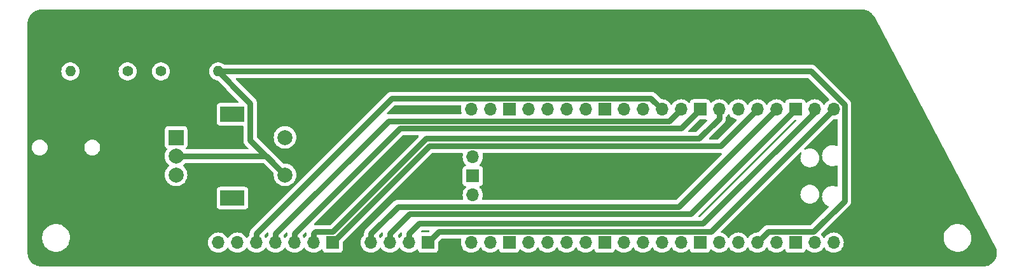
<source format=gbr>
%TF.GenerationSoftware,KiCad,Pcbnew,7.0.6*%
%TF.CreationDate,2023-08-31T13:47:40+02:00*%
%TF.ProjectId,clickyKeyboard,636c6963-6b79-44b6-9579-626f6172642e,rev?*%
%TF.SameCoordinates,Original*%
%TF.FileFunction,Copper,L2,Bot*%
%TF.FilePolarity,Positive*%
%FSLAX46Y46*%
G04 Gerber Fmt 4.6, Leading zero omitted, Abs format (unit mm)*
G04 Created by KiCad (PCBNEW 7.0.6) date 2023-08-31 13:47:40*
%MOMM*%
%LPD*%
G01*
G04 APERTURE LIST*
%TA.AperFunction,ComponentPad*%
%ADD10R,1.700000X1.700000*%
%TD*%
%TA.AperFunction,ComponentPad*%
%ADD11O,1.700000X1.700000*%
%TD*%
%TA.AperFunction,ComponentPad*%
%ADD12C,1.400000*%
%TD*%
%TA.AperFunction,ComponentPad*%
%ADD13O,1.400000X1.400000*%
%TD*%
%TA.AperFunction,ComponentPad*%
%ADD14R,2.000000X2.000000*%
%TD*%
%TA.AperFunction,ComponentPad*%
%ADD15C,2.000000*%
%TD*%
%TA.AperFunction,ComponentPad*%
%ADD16R,3.200000X2.000000*%
%TD*%
%TA.AperFunction,Conductor*%
%ADD17C,0.800000*%
%TD*%
G04 APERTURE END LIST*
D10*
%TO.P,J1,1,Pin_1*%
%TO.N,Net-(J1-Pin_1)*%
X123190000Y-104140000D03*
D11*
%TO.P,J1,2,Pin_2*%
%TO.N,Net-(J1-Pin_2)*%
X120650000Y-104140000D03*
%TO.P,J1,3,Pin_3*%
%TO.N,Net-(J1-Pin_3)*%
X118110000Y-104140000D03*
%TO.P,J1,4,Pin_4*%
%TO.N,Net-(J1-Pin_4)*%
X115570000Y-104140000D03*
%TD*%
%TO.P,U1,1,GPIO0*%
%TO.N,Net-(J1-Pin_1)*%
X177165000Y-86360000D03*
%TO.P,U1,2,GPIO1*%
%TO.N,Net-(J1-Pin_2)*%
X174625000Y-86360000D03*
D10*
%TO.P,U1,3,GND*%
%TO.N,Net-(J1-Pin_3)*%
X172085000Y-86360000D03*
D11*
%TO.P,U1,4,GPIO2*%
%TO.N,Net-(J1-Pin_4)*%
X169545000Y-86360000D03*
%TO.P,U1,5,GPIO3*%
%TO.N,Net-(J2-Pin_1)*%
X167005000Y-86360000D03*
%TO.P,U1,6,GPIO4*%
%TO.N,unconnected-(U1-GPIO4-Pad6)*%
X164465000Y-86360000D03*
%TO.P,U1,7,GPIO5*%
%TO.N,Net-(J2-Pin_2)*%
X161925000Y-86360000D03*
D10*
%TO.P,U1,8,GND*%
%TO.N,Net-(J2-Pin_3)*%
X159385000Y-86360000D03*
D11*
%TO.P,U1,9,GPIO6*%
%TO.N,Net-(J2-Pin_4)*%
X156845000Y-86360000D03*
%TO.P,U1,10,GPIO7*%
%TO.N,Net-(J2-Pin_5)*%
X154305000Y-86360000D03*
%TO.P,U1,11,GPIO8*%
%TO.N,Net-(J2-Pin_6)*%
X151765000Y-86360000D03*
%TO.P,U1,12,GPIO9*%
%TO.N,Net-(J2-Pin_7)*%
X149225000Y-86360000D03*
D10*
%TO.P,U1,13,GND*%
%TO.N,Net-(J4-PadR1)*%
X146685000Y-86360000D03*
D11*
%TO.P,U1,14,GPIO10*%
%TO.N,Net-(U1-GPIO10)*%
X144145000Y-86360000D03*
%TO.P,U1,15,GPIO11*%
%TO.N,unconnected-(U1-GPIO11-Pad15)*%
X141605000Y-86360000D03*
%TO.P,U1,16,GPIO12*%
%TO.N,Net-(U1-GPIO12)*%
X139065000Y-86360000D03*
%TO.P,U1,17,GPIO13*%
%TO.N,Net-(U1-GPIO13)*%
X136525000Y-86360000D03*
D10*
%TO.P,U1,18,GND*%
%TO.N,Net-(SW1-PadB)*%
X133985000Y-86360000D03*
D11*
%TO.P,U1,19,GPIO14*%
%TO.N,Net-(U1-GPIO14)*%
X131445000Y-86360000D03*
%TO.P,U1,20,GPIO15*%
%TO.N,unconnected-(U1-GPIO15-Pad20)*%
X128905000Y-86360000D03*
%TO.P,U1,21,GPIO16*%
%TO.N,unconnected-(U1-GPIO16-Pad21)*%
X128905000Y-104140000D03*
%TO.P,U1,22,GPIO17*%
%TO.N,unconnected-(U1-GPIO17-Pad22)*%
X131445000Y-104140000D03*
D10*
%TO.P,U1,23,GND*%
%TO.N,unconnected-(U1-GND-Pad23)*%
X133985000Y-104140000D03*
D11*
%TO.P,U1,24,GPIO18*%
%TO.N,unconnected-(U1-GPIO18-Pad24)*%
X136525000Y-104140000D03*
%TO.P,U1,25,GPIO19*%
%TO.N,unconnected-(U1-GPIO19-Pad25)*%
X139065000Y-104140000D03*
%TO.P,U1,26,GPIO20*%
%TO.N,unconnected-(U1-GPIO20-Pad26)*%
X141605000Y-104140000D03*
%TO.P,U1,27,GPIO21*%
%TO.N,unconnected-(U1-GPIO21-Pad27)*%
X144145000Y-104140000D03*
D10*
%TO.P,U1,28,GND*%
%TO.N,unconnected-(U1-GND-Pad28)*%
X146685000Y-104140000D03*
D11*
%TO.P,U1,29,GPIO22*%
%TO.N,unconnected-(U1-GPIO22-Pad29)*%
X149225000Y-104140000D03*
%TO.P,U1,30,RUN*%
%TO.N,unconnected-(U1-RUN-Pad30)*%
X151765000Y-104140000D03*
%TO.P,U1,31,GPIO26_ADC0*%
%TO.N,unconnected-(U1-GPIO26_ADC0-Pad31)*%
X154305000Y-104140000D03*
%TO.P,U1,32,GPIO27_ADC1*%
%TO.N,unconnected-(U1-GPIO27_ADC1-Pad32)*%
X156845000Y-104140000D03*
D10*
%TO.P,U1,33,AGND*%
%TO.N,unconnected-(U1-AGND-Pad33)*%
X159385000Y-104140000D03*
D11*
%TO.P,U1,34,GPIO28_ADC2*%
%TO.N,unconnected-(U1-GPIO28_ADC2-Pad34)*%
X161925000Y-104140000D03*
%TO.P,U1,35,ADC_VREF*%
%TO.N,unconnected-(U1-ADC_VREF-Pad35)*%
X164465000Y-104140000D03*
%TO.P,U1,36,3V3*%
%TO.N,Net-(U1-3V3)*%
X167005000Y-104140000D03*
%TO.P,U1,37,3V3_EN*%
%TO.N,unconnected-(U1-3V3_EN-Pad37)*%
X169545000Y-104140000D03*
D10*
%TO.P,U1,38,GND*%
%TO.N,Net-(D1-VSS)*%
X172085000Y-104140000D03*
D11*
%TO.P,U1,39,VSYS*%
%TO.N,unconnected-(U1-VSYS-Pad39)*%
X174625000Y-104140000D03*
%TO.P,U1,40,VBUS*%
%TO.N,unconnected-(U1-VBUS-Pad40)*%
X177165000Y-104140000D03*
%TO.P,U1,41,SWCLK*%
%TO.N,unconnected-(U1-SWCLK-Pad41)*%
X129135000Y-92710000D03*
D10*
%TO.P,U1,42,GND*%
%TO.N,unconnected-(U1-GND-Pad42)*%
X129135000Y-95250000D03*
D11*
%TO.P,U1,43,SWDIO*%
%TO.N,unconnected-(U1-SWDIO-Pad43)*%
X129135000Y-97790000D03*
%TD*%
D12*
%TO.P,R2,1*%
%TO.N,Net-(D1-VDD)*%
X87630000Y-81280000D03*
D13*
%TO.P,R2,2*%
%TO.N,Net-(U1-3V3)*%
X95250000Y-81280000D03*
%TD*%
D12*
%TO.P,R1,1*%
%TO.N,Net-(U1-GPIO14)*%
X83185000Y-81280000D03*
D13*
%TO.P,R1,2*%
%TO.N,Net-(D1-DIN)*%
X75565000Y-81280000D03*
%TD*%
D10*
%TO.P,J2,1,Pin_1*%
%TO.N,Net-(J2-Pin_1)*%
X110490000Y-104140000D03*
D11*
%TO.P,J2,2,Pin_2*%
%TO.N,Net-(J2-Pin_2)*%
X107950000Y-104140000D03*
%TO.P,J2,3,Pin_3*%
%TO.N,Net-(J2-Pin_3)*%
X105410000Y-104140000D03*
%TO.P,J2,4,Pin_4*%
%TO.N,Net-(J2-Pin_4)*%
X102870000Y-104140000D03*
%TO.P,J2,5,Pin_5*%
%TO.N,Net-(J2-Pin_5)*%
X100330000Y-104140000D03*
%TO.P,J2,6,Pin_6*%
%TO.N,Net-(J2-Pin_6)*%
X97790000Y-104140000D03*
%TO.P,J2,7,Pin_7*%
%TO.N,Net-(J2-Pin_7)*%
X95250000Y-104140000D03*
%TD*%
D14*
%TO.P,SW1,A,A*%
%TO.N,Net-(U1-GPIO13)*%
X89640000Y-90095000D03*
D15*
%TO.P,SW1,B,B*%
%TO.N,Net-(SW1-PadB)*%
X89640000Y-95095000D03*
%TO.P,SW1,C,C*%
%TO.N,Net-(U1-3V3)*%
X89640000Y-92595000D03*
D16*
%TO.P,SW1,MP*%
%TO.N,N/C*%
X97140000Y-86995000D03*
X97140000Y-98195000D03*
D15*
%TO.P,SW1,S1,S1*%
%TO.N,Net-(U1-3V3)*%
X104140000Y-95095000D03*
%TO.P,SW1,S2,S2*%
%TO.N,Net-(U1-GPIO12)*%
X104140000Y-90095000D03*
%TD*%
D17*
%TO.N,Net-(J1-Pin_1)*%
X124640000Y-102690000D02*
X160835000Y-102690000D01*
X160835000Y-102690000D02*
X177165000Y-86360000D01*
X123190000Y-104140000D02*
X124640000Y-102690000D01*
%TO.N,Net-(J1-Pin_2)*%
X174625000Y-86720000D02*
X174625000Y-86360000D01*
X120650000Y-102937919D02*
X121987919Y-101600000D01*
X121987919Y-101600000D02*
X159745000Y-101600000D01*
X159745000Y-101600000D02*
X174625000Y-86720000D01*
X120650000Y-104140000D02*
X120650000Y-102937919D01*
%TO.N,Net-(J1-Pin_3)*%
X158115000Y-100330000D02*
X172085000Y-86360000D01*
X118110000Y-104140000D02*
X118110000Y-102937919D01*
X120717919Y-100330000D02*
X158115000Y-100330000D01*
X118110000Y-102937919D02*
X120717919Y-100330000D01*
%TO.N,Net-(J1-Pin_4)*%
X156575000Y-99330000D02*
X169545000Y-86360000D01*
X119177919Y-99330000D02*
X156575000Y-99330000D01*
X115570000Y-102937919D02*
X119177919Y-99330000D01*
X115570000Y-104140000D02*
X115570000Y-102937919D01*
%TO.N,Net-(J2-Pin_1)*%
X123370000Y-91260000D02*
X162105000Y-91260000D01*
X162105000Y-91260000D02*
X167005000Y-86360000D01*
X110490000Y-104140000D02*
X123370000Y-91260000D01*
%TO.N,Net-(J2-Pin_2)*%
X110525786Y-102690000D02*
X122955786Y-90260000D01*
X107950000Y-102937919D02*
X108197919Y-102690000D01*
X108197919Y-102690000D02*
X110525786Y-102690000D01*
X159227081Y-90260000D02*
X161925000Y-87562081D01*
X122955786Y-90260000D02*
X159227081Y-90260000D01*
X107950000Y-104140000D02*
X107950000Y-102937919D01*
X161925000Y-87562081D02*
X161925000Y-86360000D01*
%TO.N,Net-(J2-Pin_3)*%
X105410000Y-102937919D02*
X119447919Y-88900000D01*
X105410000Y-104140000D02*
X105410000Y-102937919D01*
X156845000Y-88900000D02*
X159385000Y-86360000D01*
X119447919Y-88900000D02*
X156845000Y-88900000D01*
%TO.N,Net-(J2-Pin_4)*%
X102870000Y-102937919D02*
X117907919Y-87900000D01*
X102870000Y-104140000D02*
X102870000Y-102937919D01*
X117907919Y-87900000D02*
X155305000Y-87900000D01*
X155305000Y-87900000D02*
X156845000Y-86360000D01*
%TO.N,Net-(J2-Pin_5)*%
X152855000Y-84910000D02*
X154305000Y-86360000D01*
X100330000Y-104140000D02*
X100330000Y-102937919D01*
X118357919Y-84910000D02*
X152855000Y-84910000D01*
X100330000Y-102937919D02*
X118357919Y-84910000D01*
%TO.N,Net-(U1-3V3)*%
X89640000Y-92595000D02*
X101640000Y-92595000D01*
X101640000Y-92595000D02*
X104140000Y-95095000D01*
X178615000Y-98587031D02*
X174512031Y-102690000D01*
X168455000Y-102690000D02*
X167005000Y-104140000D01*
X99492742Y-90447742D02*
X104140000Y-95095000D01*
X178615000Y-85759390D02*
X178615000Y-98587031D01*
X95250000Y-81280000D02*
X174135610Y-81280000D01*
X95250000Y-81280000D02*
X99492742Y-85522742D01*
X174512031Y-102690000D02*
X168455000Y-102690000D01*
X99492742Y-85547742D02*
X99492742Y-90447742D01*
X97130000Y-83185000D02*
X99492742Y-85547742D01*
X99492742Y-85522742D02*
X99492742Y-85547742D01*
X174135610Y-81280000D02*
X178615000Y-85759390D01*
%TD*%
%TA.AperFunction,NonConductor*%
G36*
X180976897Y-73025617D02*
G01*
X180982868Y-73025984D01*
X181039835Y-73029492D01*
X181216268Y-73041721D01*
X181223308Y-73042619D01*
X181325861Y-73061761D01*
X181461153Y-73090257D01*
X181467127Y-73091831D01*
X181573938Y-73125756D01*
X181697765Y-73170394D01*
X181702603Y-73172374D01*
X181724052Y-73182225D01*
X181805681Y-73219717D01*
X181808621Y-73221164D01*
X181922133Y-73280893D01*
X181925834Y-73283008D01*
X182022881Y-73342986D01*
X182026451Y-73345367D01*
X182130618Y-73420170D01*
X182133269Y-73422184D01*
X182221668Y-73493171D01*
X182225606Y-73496618D01*
X182320936Y-73587436D01*
X182399008Y-73667759D01*
X182403101Y-73672414D01*
X182489122Y-73780716D01*
X182552061Y-73863823D01*
X182556036Y-73869753D01*
X182600181Y-73944606D01*
X182645914Y-74022153D01*
X182677467Y-74076609D01*
X182679300Y-74080014D01*
X182699408Y-74120317D01*
X182703441Y-74126172D01*
X198850920Y-105053081D01*
X198863143Y-105089089D01*
X198874634Y-105154723D01*
X198902861Y-105321675D01*
X198903694Y-105329926D01*
X198907588Y-105445136D01*
X198909868Y-105584657D01*
X198909530Y-105592221D01*
X198896708Y-105713020D01*
X198878691Y-105845842D01*
X198877398Y-105852568D01*
X198847247Y-105973022D01*
X198809994Y-106099720D01*
X198807976Y-106105507D01*
X198761409Y-106220490D01*
X198760113Y-106223465D01*
X198705212Y-106340956D01*
X198702711Y-106345750D01*
X198640331Y-106453613D01*
X198638237Y-106456980D01*
X198566515Y-106564499D01*
X198563769Y-106568296D01*
X198486903Y-106666552D01*
X198483878Y-106670131D01*
X198396773Y-106765634D01*
X198394009Y-106768477D01*
X198304353Y-106854964D01*
X198300300Y-106858545D01*
X198199454Y-106940128D01*
X198196881Y-106942101D01*
X198096493Y-107014971D01*
X198091361Y-107018322D01*
X197977359Y-107084972D01*
X197867697Y-107143231D01*
X197861480Y-107146105D01*
X197736894Y-107195563D01*
X197622739Y-107237079D01*
X197615480Y-107239227D01*
X197479482Y-107270603D01*
X197366752Y-107294548D01*
X197358542Y-107295725D01*
X197189666Y-107308512D01*
X197106145Y-107314349D01*
X197101821Y-107314500D01*
X71757023Y-107314500D01*
X71752975Y-107314367D01*
X71710726Y-107311598D01*
X71671364Y-107309018D01*
X71557105Y-107300846D01*
X71502537Y-107296943D01*
X71494860Y-107295909D01*
X71382791Y-107273617D01*
X71357281Y-107268067D01*
X71247069Y-107244092D01*
X71240314Y-107242217D01*
X71126156Y-107203466D01*
X71049051Y-107174707D01*
X71001219Y-107156867D01*
X70995466Y-107154383D01*
X70884907Y-107099860D01*
X70769606Y-107036901D01*
X70764872Y-107034035D01*
X70674820Y-106973865D01*
X70662510Y-106965639D01*
X70659812Y-106963730D01*
X70630919Y-106942101D01*
X70556478Y-106886375D01*
X70552777Y-106883374D01*
X70459878Y-106801905D01*
X70456935Y-106799148D01*
X70365849Y-106708062D01*
X70363090Y-106705116D01*
X70281620Y-106612217D01*
X70278629Y-106608527D01*
X70201255Y-106505167D01*
X70199369Y-106502504D01*
X70130963Y-106400126D01*
X70128097Y-106395392D01*
X70065139Y-106280092D01*
X70035746Y-106220490D01*
X70010607Y-106169513D01*
X70008136Y-106163792D01*
X69961531Y-106038838D01*
X69922778Y-105924675D01*
X69920910Y-105917945D01*
X69891386Y-105782227D01*
X69869085Y-105670112D01*
X69868058Y-105662489D01*
X69855992Y-105493800D01*
X69852060Y-105433796D01*
X69850633Y-105412018D01*
X69850500Y-105407964D01*
X69850500Y-103572763D01*
X71805787Y-103572763D01*
X71835413Y-103842013D01*
X71835415Y-103842024D01*
X71893186Y-104063000D01*
X71903928Y-104104088D01*
X72009870Y-104353390D01*
X72081998Y-104471575D01*
X72150979Y-104584605D01*
X72150986Y-104584615D01*
X72324253Y-104792819D01*
X72324259Y-104792824D01*
X72429240Y-104886887D01*
X72525998Y-104973582D01*
X72751910Y-105123044D01*
X72997176Y-105238020D01*
X72997183Y-105238022D01*
X72997185Y-105238023D01*
X73256557Y-105316057D01*
X73256564Y-105316058D01*
X73256569Y-105316060D01*
X73524561Y-105355500D01*
X73524566Y-105355500D01*
X73727636Y-105355500D01*
X73779133Y-105351730D01*
X73930156Y-105340677D01*
X74049769Y-105314032D01*
X74194546Y-105281782D01*
X74194548Y-105281781D01*
X74194553Y-105281780D01*
X74447558Y-105185014D01*
X74683777Y-105052441D01*
X74898177Y-104886888D01*
X75086186Y-104691881D01*
X75243799Y-104471579D01*
X75317787Y-104327669D01*
X75367649Y-104230690D01*
X75367651Y-104230684D01*
X75367656Y-104230675D01*
X75455118Y-103974305D01*
X75504319Y-103707933D01*
X75514212Y-103437235D01*
X75484586Y-103167982D01*
X75416072Y-102905912D01*
X75310130Y-102656610D01*
X75169018Y-102425390D01*
X75152635Y-102405704D01*
X74995746Y-102217180D01*
X74995740Y-102217175D01*
X74794002Y-102036418D01*
X74568092Y-101886957D01*
X74507360Y-101858487D01*
X74322824Y-101771980D01*
X74322819Y-101771978D01*
X74322814Y-101771976D01*
X74063442Y-101693942D01*
X74063428Y-101693939D01*
X73947791Y-101676921D01*
X73795439Y-101654500D01*
X73592369Y-101654500D01*
X73592364Y-101654500D01*
X73389844Y-101669323D01*
X73389831Y-101669325D01*
X73125453Y-101728217D01*
X73125446Y-101728220D01*
X72872439Y-101824987D01*
X72636226Y-101957557D01*
X72421822Y-102123112D01*
X72233822Y-102318109D01*
X72233816Y-102318116D01*
X72076202Y-102538419D01*
X72076199Y-102538424D01*
X71952350Y-102779309D01*
X71952343Y-102779327D01*
X71864884Y-103035685D01*
X71864881Y-103035699D01*
X71844456Y-103146279D01*
X71816515Y-103297555D01*
X71815681Y-103302068D01*
X71815680Y-103302075D01*
X71805787Y-103572763D01*
X69850500Y-103572763D01*
X69850500Y-99242870D01*
X95039500Y-99242870D01*
X95039501Y-99242876D01*
X95045908Y-99302483D01*
X95096202Y-99437328D01*
X95096206Y-99437335D01*
X95182452Y-99552544D01*
X95182455Y-99552547D01*
X95297664Y-99638793D01*
X95297671Y-99638797D01*
X95432517Y-99689091D01*
X95432516Y-99689091D01*
X95439444Y-99689835D01*
X95492127Y-99695500D01*
X98787872Y-99695499D01*
X98847483Y-99689091D01*
X98982331Y-99638796D01*
X99097546Y-99552546D01*
X99183796Y-99437331D01*
X99234091Y-99302483D01*
X99240500Y-99242873D01*
X99240499Y-97147128D01*
X99234091Y-97087517D01*
X99232862Y-97084223D01*
X99183797Y-96952671D01*
X99183793Y-96952664D01*
X99097547Y-96837455D01*
X99097544Y-96837452D01*
X98982335Y-96751206D01*
X98982328Y-96751202D01*
X98847482Y-96700908D01*
X98847483Y-96700908D01*
X98787883Y-96694501D01*
X98787881Y-96694500D01*
X98787873Y-96694500D01*
X98787864Y-96694500D01*
X95492129Y-96694500D01*
X95492123Y-96694501D01*
X95432516Y-96700908D01*
X95297671Y-96751202D01*
X95297664Y-96751206D01*
X95182455Y-96837452D01*
X95182452Y-96837455D01*
X95096206Y-96952664D01*
X95096202Y-96952671D01*
X95045908Y-97087517D01*
X95043059Y-97114022D01*
X95039501Y-97147123D01*
X95039500Y-97147135D01*
X95039500Y-99242870D01*
X69850500Y-99242870D01*
X69850500Y-95095005D01*
X88134357Y-95095005D01*
X88154890Y-95342812D01*
X88154892Y-95342824D01*
X88215936Y-95583881D01*
X88315826Y-95811606D01*
X88451833Y-96019782D01*
X88451836Y-96019785D01*
X88620256Y-96202738D01*
X88816491Y-96355474D01*
X88816493Y-96355475D01*
X89005103Y-96457546D01*
X89035190Y-96473828D01*
X89270386Y-96554571D01*
X89515665Y-96595500D01*
X89764335Y-96595500D01*
X90009614Y-96554571D01*
X90244810Y-96473828D01*
X90463509Y-96355474D01*
X90659744Y-96202738D01*
X90828164Y-96019785D01*
X90964173Y-95811607D01*
X91064063Y-95583881D01*
X91125108Y-95342821D01*
X91145643Y-95095000D01*
X91132625Y-94937898D01*
X91125109Y-94847187D01*
X91125107Y-94847175D01*
X91064063Y-94606118D01*
X90964173Y-94378393D01*
X90828166Y-94170217D01*
X90741103Y-94075642D01*
X90659744Y-93987262D01*
X90602685Y-93942851D01*
X90561874Y-93886143D01*
X90558199Y-93816370D01*
X90592830Y-93755687D01*
X90602675Y-93747156D01*
X90659744Y-93702738D01*
X90813682Y-93535516D01*
X90873568Y-93499527D01*
X90904911Y-93495500D01*
X101215639Y-93495500D01*
X101282678Y-93515185D01*
X101303320Y-93531819D01*
X102611478Y-94839978D01*
X102644963Y-94901301D01*
X102647374Y-94937898D01*
X102634358Y-95094994D01*
X102634357Y-95095005D01*
X102654890Y-95342812D01*
X102654892Y-95342824D01*
X102715936Y-95583881D01*
X102815826Y-95811606D01*
X102951833Y-96019782D01*
X102951836Y-96019785D01*
X103120256Y-96202738D01*
X103316491Y-96355474D01*
X103316493Y-96355475D01*
X103505103Y-96457546D01*
X103535190Y-96473828D01*
X103770386Y-96554571D01*
X104015665Y-96595500D01*
X104264335Y-96595500D01*
X104509614Y-96554571D01*
X104744810Y-96473828D01*
X104963509Y-96355474D01*
X105159744Y-96202738D01*
X105328164Y-96019785D01*
X105464173Y-95811607D01*
X105564063Y-95583881D01*
X105625108Y-95342821D01*
X105645643Y-95095000D01*
X105632625Y-94937898D01*
X105625109Y-94847187D01*
X105625107Y-94847175D01*
X105564063Y-94606118D01*
X105464173Y-94378393D01*
X105328166Y-94170217D01*
X105241103Y-94075642D01*
X105159744Y-93987262D01*
X104963509Y-93834526D01*
X104963507Y-93834525D01*
X104963506Y-93834524D01*
X104744811Y-93716172D01*
X104744802Y-93716169D01*
X104509616Y-93635429D01*
X104264335Y-93594500D01*
X104015665Y-93594500D01*
X103990637Y-93598676D01*
X103921272Y-93590293D01*
X103882548Y-93564048D01*
X102333764Y-92015265D01*
X102321126Y-92000468D01*
X102312888Y-91989129D01*
X102277576Y-91957334D01*
X102261260Y-91942643D01*
X102258921Y-91940422D01*
X100429560Y-90111061D01*
X100420793Y-90095005D01*
X102634357Y-90095005D01*
X102654890Y-90342812D01*
X102654892Y-90342824D01*
X102715936Y-90583881D01*
X102815826Y-90811606D01*
X102951833Y-91019782D01*
X102966805Y-91036046D01*
X103120256Y-91202738D01*
X103316491Y-91355474D01*
X103535190Y-91473828D01*
X103770386Y-91554571D01*
X104015665Y-91595500D01*
X104264335Y-91595500D01*
X104509614Y-91554571D01*
X104744810Y-91473828D01*
X104963509Y-91355474D01*
X105159744Y-91202738D01*
X105328164Y-91019785D01*
X105464173Y-90811607D01*
X105564063Y-90583881D01*
X105625108Y-90342821D01*
X105625357Y-90339815D01*
X105645643Y-90095005D01*
X105645643Y-90094994D01*
X105625109Y-89847187D01*
X105625107Y-89847175D01*
X105564063Y-89606118D01*
X105464173Y-89378393D01*
X105328166Y-89170217D01*
X105306557Y-89146744D01*
X105159744Y-88987262D01*
X104963509Y-88834526D01*
X104963507Y-88834525D01*
X104963506Y-88834524D01*
X104744811Y-88716172D01*
X104744802Y-88716169D01*
X104509616Y-88635429D01*
X104264335Y-88594500D01*
X104015665Y-88594500D01*
X103770383Y-88635429D01*
X103535197Y-88716169D01*
X103535188Y-88716172D01*
X103316493Y-88834524D01*
X103120257Y-88987261D01*
X102951833Y-89170217D01*
X102815826Y-89378393D01*
X102715936Y-89606118D01*
X102654892Y-89847175D01*
X102654890Y-89847187D01*
X102634357Y-90094994D01*
X102634357Y-90095005D01*
X100420793Y-90095005D01*
X100396075Y-90049738D01*
X100393241Y-90023380D01*
X100393241Y-87852146D01*
X100393241Y-85628355D01*
X100394768Y-85608975D01*
X100396961Y-85595130D01*
X100396475Y-85585861D01*
X100396475Y-85579375D01*
X100396959Y-85570140D01*
X100396961Y-85570130D01*
X100393327Y-85500789D01*
X100393242Y-85497544D01*
X100393242Y-85475555D01*
X100393242Y-85475550D01*
X100390941Y-85453663D01*
X100390688Y-85450453D01*
X100387054Y-85381096D01*
X100387053Y-85381090D01*
X100383429Y-85367567D01*
X100379881Y-85348426D01*
X100378416Y-85334490D01*
X100378416Y-85334489D01*
X100378416Y-85334486D01*
X100356956Y-85268441D01*
X100356033Y-85265327D01*
X100338062Y-85198254D01*
X100331696Y-85185761D01*
X100324250Y-85167784D01*
X100319920Y-85154456D01*
X100319917Y-85154449D01*
X100289880Y-85102426D01*
X100285185Y-85094294D01*
X100283662Y-85091489D01*
X100252125Y-85029593D01*
X100252124Y-85029591D01*
X100243302Y-85018697D01*
X100232280Y-85002660D01*
X100225275Y-84990526D01*
X100225273Y-84990524D01*
X100225273Y-84990523D01*
X100178802Y-84938912D01*
X100176694Y-84936444D01*
X100162860Y-84919361D01*
X100147319Y-84903820D01*
X100145083Y-84901464D01*
X100098614Y-84849855D01*
X100098613Y-84849854D01*
X100087267Y-84841611D01*
X100072476Y-84828977D01*
X97635680Y-82392181D01*
X97602195Y-82330858D01*
X97607179Y-82261166D01*
X97649051Y-82205233D01*
X97714515Y-82180816D01*
X97723361Y-82180500D01*
X173711249Y-82180500D01*
X173778288Y-82200185D01*
X173798930Y-82216819D01*
X176553522Y-84971411D01*
X176587007Y-85032734D01*
X176582023Y-85102426D01*
X176540151Y-85158359D01*
X176518246Y-85171474D01*
X176487171Y-85185964D01*
X176487169Y-85185965D01*
X176293597Y-85321505D01*
X176126505Y-85488597D01*
X175996575Y-85674158D01*
X175941998Y-85717783D01*
X175872500Y-85724977D01*
X175810145Y-85693454D01*
X175793425Y-85674158D01*
X175663494Y-85488597D01*
X175496402Y-85321506D01*
X175496395Y-85321501D01*
X175302834Y-85185967D01*
X175302830Y-85185965D01*
X175302408Y-85185768D01*
X175088663Y-85086097D01*
X175088659Y-85086096D01*
X175088655Y-85086094D01*
X174860413Y-85024938D01*
X174860403Y-85024936D01*
X174625001Y-85004341D01*
X174624999Y-85004341D01*
X174389596Y-85024936D01*
X174389586Y-85024938D01*
X174161344Y-85086094D01*
X174161337Y-85086096D01*
X174161337Y-85086097D01*
X174160466Y-85086503D01*
X173947171Y-85185964D01*
X173947169Y-85185965D01*
X173753600Y-85321503D01*
X173631673Y-85443430D01*
X173570350Y-85476914D01*
X173500658Y-85471930D01*
X173444725Y-85430058D01*
X173427810Y-85399081D01*
X173378797Y-85267671D01*
X173378793Y-85267664D01*
X173292547Y-85152455D01*
X173292544Y-85152452D01*
X173177335Y-85066206D01*
X173177328Y-85066202D01*
X173042482Y-85015908D01*
X173042483Y-85015908D01*
X172982883Y-85009501D01*
X172982881Y-85009500D01*
X172982873Y-85009500D01*
X172982864Y-85009500D01*
X171187129Y-85009500D01*
X171187123Y-85009501D01*
X171127516Y-85015908D01*
X170992671Y-85066202D01*
X170992664Y-85066206D01*
X170877455Y-85152452D01*
X170877452Y-85152455D01*
X170791206Y-85267664D01*
X170791203Y-85267669D01*
X170742189Y-85399083D01*
X170700317Y-85455016D01*
X170634853Y-85479433D01*
X170566580Y-85464581D01*
X170538326Y-85443430D01*
X170416402Y-85321506D01*
X170416395Y-85321501D01*
X170222834Y-85185967D01*
X170222830Y-85185965D01*
X170222408Y-85185768D01*
X170008663Y-85086097D01*
X170008659Y-85086096D01*
X170008655Y-85086094D01*
X169780413Y-85024938D01*
X169780403Y-85024936D01*
X169545001Y-85004341D01*
X169544999Y-85004341D01*
X169309596Y-85024936D01*
X169309586Y-85024938D01*
X169081344Y-85086094D01*
X169081337Y-85086096D01*
X169081337Y-85086097D01*
X169080466Y-85086503D01*
X168867171Y-85185964D01*
X168867169Y-85185965D01*
X168673597Y-85321505D01*
X168506508Y-85488594D01*
X168376574Y-85674159D01*
X168321997Y-85717784D01*
X168252498Y-85724976D01*
X168190144Y-85693454D01*
X168173424Y-85674158D01*
X168147722Y-85637452D01*
X168118090Y-85595132D01*
X168043494Y-85488597D01*
X167876402Y-85321506D01*
X167876395Y-85321501D01*
X167682834Y-85185967D01*
X167682830Y-85185965D01*
X167682408Y-85185768D01*
X167468663Y-85086097D01*
X167468659Y-85086096D01*
X167468655Y-85086094D01*
X167240413Y-85024938D01*
X167240403Y-85024936D01*
X167005001Y-85004341D01*
X167004999Y-85004341D01*
X166769596Y-85024936D01*
X166769586Y-85024938D01*
X166541344Y-85086094D01*
X166541337Y-85086096D01*
X166541337Y-85086097D01*
X166540466Y-85086503D01*
X166327171Y-85185964D01*
X166327169Y-85185965D01*
X166133597Y-85321505D01*
X165966508Y-85488594D01*
X165836574Y-85674159D01*
X165781997Y-85717784D01*
X165712498Y-85724976D01*
X165650144Y-85693454D01*
X165633424Y-85674158D01*
X165607722Y-85637452D01*
X165578090Y-85595132D01*
X165503494Y-85488597D01*
X165336402Y-85321506D01*
X165336395Y-85321501D01*
X165142834Y-85185967D01*
X165142830Y-85185965D01*
X165142408Y-85185768D01*
X164928663Y-85086097D01*
X164928659Y-85086096D01*
X164928655Y-85086094D01*
X164700413Y-85024938D01*
X164700403Y-85024936D01*
X164465001Y-85004341D01*
X164464999Y-85004341D01*
X164229596Y-85024936D01*
X164229586Y-85024938D01*
X164001344Y-85086094D01*
X164001337Y-85086096D01*
X164001337Y-85086097D01*
X164000466Y-85086503D01*
X163787171Y-85185964D01*
X163787169Y-85185965D01*
X163593597Y-85321505D01*
X163426505Y-85488597D01*
X163296575Y-85674158D01*
X163241998Y-85717783D01*
X163172500Y-85724977D01*
X163110145Y-85693454D01*
X163093425Y-85674158D01*
X162963494Y-85488597D01*
X162796402Y-85321506D01*
X162796395Y-85321501D01*
X162602834Y-85185967D01*
X162602830Y-85185965D01*
X162602408Y-85185768D01*
X162388663Y-85086097D01*
X162388659Y-85086096D01*
X162388655Y-85086094D01*
X162160413Y-85024938D01*
X162160403Y-85024936D01*
X161925001Y-85004341D01*
X161924999Y-85004341D01*
X161689596Y-85024936D01*
X161689586Y-85024938D01*
X161461344Y-85086094D01*
X161461337Y-85086096D01*
X161461337Y-85086097D01*
X161460466Y-85086503D01*
X161247171Y-85185964D01*
X161247169Y-85185965D01*
X161053600Y-85321503D01*
X160931673Y-85443430D01*
X160870350Y-85476914D01*
X160800658Y-85471930D01*
X160744725Y-85430058D01*
X160727810Y-85399081D01*
X160678797Y-85267671D01*
X160678793Y-85267664D01*
X160592547Y-85152455D01*
X160592544Y-85152452D01*
X160477335Y-85066206D01*
X160477328Y-85066202D01*
X160342482Y-85015908D01*
X160342483Y-85015908D01*
X160282883Y-85009501D01*
X160282881Y-85009500D01*
X160282873Y-85009500D01*
X160282864Y-85009500D01*
X158487129Y-85009500D01*
X158487123Y-85009501D01*
X158427516Y-85015908D01*
X158292671Y-85066202D01*
X158292664Y-85066206D01*
X158177455Y-85152452D01*
X158177452Y-85152455D01*
X158091206Y-85267664D01*
X158091203Y-85267669D01*
X158042189Y-85399083D01*
X158000317Y-85455016D01*
X157934853Y-85479433D01*
X157866580Y-85464581D01*
X157838326Y-85443430D01*
X157716402Y-85321506D01*
X157716395Y-85321501D01*
X157522834Y-85185967D01*
X157522830Y-85185965D01*
X157522408Y-85185768D01*
X157308663Y-85086097D01*
X157308659Y-85086096D01*
X157308655Y-85086094D01*
X157080413Y-85024938D01*
X157080403Y-85024936D01*
X156845001Y-85004341D01*
X156844999Y-85004341D01*
X156609596Y-85024936D01*
X156609586Y-85024938D01*
X156381344Y-85086094D01*
X156381337Y-85086096D01*
X156381337Y-85086097D01*
X156380466Y-85086503D01*
X156167171Y-85185964D01*
X156167169Y-85185965D01*
X155973597Y-85321505D01*
X155806505Y-85488597D01*
X155676575Y-85674158D01*
X155621998Y-85717783D01*
X155552500Y-85724977D01*
X155490145Y-85693454D01*
X155473425Y-85674158D01*
X155343494Y-85488597D01*
X155176402Y-85321506D01*
X155176395Y-85321501D01*
X154982834Y-85185967D01*
X154982830Y-85185965D01*
X154982408Y-85185768D01*
X154768663Y-85086097D01*
X154768659Y-85086096D01*
X154768655Y-85086094D01*
X154540413Y-85024938D01*
X154540403Y-85024936D01*
X154305001Y-85004341D01*
X154305000Y-85004341D01*
X154302944Y-85004520D01*
X154287045Y-85005911D01*
X154218546Y-84992140D01*
X154188563Y-84970063D01*
X153548764Y-84330265D01*
X153536126Y-84315468D01*
X153527887Y-84304128D01*
X153476277Y-84257657D01*
X153473922Y-84255423D01*
X153458382Y-84239882D01*
X153441295Y-84226043D01*
X153438831Y-84223939D01*
X153387220Y-84177470D01*
X153387213Y-84177465D01*
X153375070Y-84170454D01*
X153359043Y-84159438D01*
X153348153Y-84150620D01*
X153348151Y-84150619D01*
X153348149Y-84150617D01*
X153329259Y-84140992D01*
X153286266Y-84119085D01*
X153283414Y-84117537D01*
X153223282Y-84082820D01*
X153209949Y-84078488D01*
X153191978Y-84071043D01*
X153179498Y-84064684D01*
X153179486Y-84064679D01*
X153112409Y-84046705D01*
X153109305Y-84045786D01*
X153043256Y-84024326D01*
X153043251Y-84024325D01*
X153043249Y-84024325D01*
X153029314Y-84022860D01*
X153010189Y-84019315D01*
X152996653Y-84015688D01*
X152996643Y-84015686D01*
X152927290Y-84012051D01*
X152924059Y-84011797D01*
X152909537Y-84010271D01*
X152902192Y-84009500D01*
X152902189Y-84009500D01*
X152880203Y-84009500D01*
X152876959Y-84009415D01*
X152807612Y-84005781D01*
X152807611Y-84005781D01*
X152793772Y-84007973D01*
X152774373Y-84009500D01*
X118438546Y-84009500D01*
X118419147Y-84007973D01*
X118405307Y-84005781D01*
X118335960Y-84009415D01*
X118332717Y-84009500D01*
X118310727Y-84009500D01*
X118304478Y-84010156D01*
X118288860Y-84011797D01*
X118285629Y-84012051D01*
X118216277Y-84015686D01*
X118216272Y-84015687D01*
X118202722Y-84019317D01*
X118183610Y-84022859D01*
X118169668Y-84024325D01*
X118169656Y-84024327D01*
X118117404Y-84041305D01*
X118103603Y-84045789D01*
X118100522Y-84046702D01*
X118054992Y-84058902D01*
X118033431Y-84064680D01*
X118020936Y-84071046D01*
X118002975Y-84078485D01*
X117989634Y-84082820D01*
X117989632Y-84082821D01*
X117929502Y-84117536D01*
X117926651Y-84119085D01*
X117864774Y-84150612D01*
X117864769Y-84150616D01*
X117853865Y-84159445D01*
X117837846Y-84170454D01*
X117825707Y-84177463D01*
X117825704Y-84177465D01*
X117774108Y-84223922D01*
X117771644Y-84226027D01*
X117754547Y-84239873D01*
X117754531Y-84239887D01*
X117738974Y-84255444D01*
X117736622Y-84257675D01*
X117685032Y-84304127D01*
X117685024Y-84304136D01*
X117676791Y-84315468D01*
X117664157Y-84330260D01*
X99750263Y-102244155D01*
X99735474Y-102256788D01*
X99724126Y-102265033D01*
X99677666Y-102316632D01*
X99675435Y-102318984D01*
X99659890Y-102334529D01*
X99659875Y-102334546D01*
X99646039Y-102351629D01*
X99643936Y-102354091D01*
X99597469Y-102405700D01*
X99597466Y-102405704D01*
X99590458Y-102417842D01*
X99579444Y-102433867D01*
X99570626Y-102444756D01*
X99570616Y-102444772D01*
X99539082Y-102506659D01*
X99537533Y-102509511D01*
X99502821Y-102569632D01*
X99498487Y-102582972D01*
X99491045Y-102600939D01*
X99484680Y-102613431D01*
X99466706Y-102680503D01*
X99465785Y-102683611D01*
X99444326Y-102749661D01*
X99444325Y-102749664D01*
X99442860Y-102763605D01*
X99439315Y-102782731D01*
X99435686Y-102796271D01*
X99432051Y-102865629D01*
X99431797Y-102868860D01*
X99429500Y-102890729D01*
X99429500Y-102912716D01*
X99429415Y-102915959D01*
X99425781Y-102985307D01*
X99427630Y-102996982D01*
X99427973Y-102999144D01*
X99429500Y-103018545D01*
X99429500Y-103079241D01*
X99409815Y-103146280D01*
X99393181Y-103166922D01*
X99291505Y-103268597D01*
X99161575Y-103454158D01*
X99106998Y-103497783D01*
X99037500Y-103504977D01*
X98975145Y-103473454D01*
X98958425Y-103454158D01*
X98828494Y-103268597D01*
X98661402Y-103101506D01*
X98661395Y-103101501D01*
X98467834Y-102965967D01*
X98467830Y-102965965D01*
X98439244Y-102952635D01*
X98253663Y-102866097D01*
X98253659Y-102866096D01*
X98253655Y-102866094D01*
X98025413Y-102804938D01*
X98025403Y-102804936D01*
X97790001Y-102784341D01*
X97789999Y-102784341D01*
X97554596Y-102804936D01*
X97554586Y-102804938D01*
X97326344Y-102866094D01*
X97326335Y-102866098D01*
X97112171Y-102965964D01*
X97112169Y-102965965D01*
X96918597Y-103101505D01*
X96751505Y-103268597D01*
X96621575Y-103454158D01*
X96566998Y-103497783D01*
X96497500Y-103504977D01*
X96435145Y-103473454D01*
X96418425Y-103454158D01*
X96288494Y-103268597D01*
X96121402Y-103101506D01*
X96121395Y-103101501D01*
X95927834Y-102965967D01*
X95927830Y-102965965D01*
X95899244Y-102952635D01*
X95713663Y-102866097D01*
X95713659Y-102866096D01*
X95713655Y-102866094D01*
X95485413Y-102804938D01*
X95485403Y-102804936D01*
X95250001Y-102784341D01*
X95249999Y-102784341D01*
X95014596Y-102804936D01*
X95014586Y-102804938D01*
X94786344Y-102866094D01*
X94786335Y-102866098D01*
X94572171Y-102965964D01*
X94572169Y-102965965D01*
X94378597Y-103101505D01*
X94211505Y-103268597D01*
X94075965Y-103462169D01*
X94075964Y-103462171D01*
X93976098Y-103676335D01*
X93976094Y-103676344D01*
X93914938Y-103904586D01*
X93914936Y-103904596D01*
X93894341Y-104139999D01*
X93894341Y-104140000D01*
X93914936Y-104375403D01*
X93914938Y-104375413D01*
X93976094Y-104603655D01*
X93976096Y-104603659D01*
X93976097Y-104603663D01*
X94070703Y-104806546D01*
X94075965Y-104817830D01*
X94075967Y-104817834D01*
X94124319Y-104886887D01*
X94211505Y-105011401D01*
X94378599Y-105178495D01*
X94463614Y-105238023D01*
X94572165Y-105314032D01*
X94572167Y-105314033D01*
X94572170Y-105314035D01*
X94786337Y-105413903D01*
X95014592Y-105475063D01*
X95191034Y-105490500D01*
X95249999Y-105495659D01*
X95250000Y-105495659D01*
X95250001Y-105495659D01*
X95308966Y-105490500D01*
X95485408Y-105475063D01*
X95713663Y-105413903D01*
X95927830Y-105314035D01*
X96121401Y-105178495D01*
X96288495Y-105011401D01*
X96418426Y-104825841D01*
X96473002Y-104782217D01*
X96542500Y-104775023D01*
X96604855Y-104806546D01*
X96621575Y-104825842D01*
X96751500Y-105011395D01*
X96751505Y-105011401D01*
X96918599Y-105178495D01*
X97003614Y-105238023D01*
X97112165Y-105314032D01*
X97112167Y-105314033D01*
X97112170Y-105314035D01*
X97326337Y-105413903D01*
X97554592Y-105475063D01*
X97731034Y-105490500D01*
X97789999Y-105495659D01*
X97790000Y-105495659D01*
X97790001Y-105495659D01*
X97848966Y-105490500D01*
X98025408Y-105475063D01*
X98253663Y-105413903D01*
X98467830Y-105314035D01*
X98661401Y-105178495D01*
X98828495Y-105011401D01*
X98958426Y-104825841D01*
X99013002Y-104782217D01*
X99082500Y-104775023D01*
X99144855Y-104806546D01*
X99161575Y-104825842D01*
X99291500Y-105011395D01*
X99291505Y-105011401D01*
X99458599Y-105178495D01*
X99543614Y-105238023D01*
X99652165Y-105314032D01*
X99652167Y-105314033D01*
X99652170Y-105314035D01*
X99866337Y-105413903D01*
X100094592Y-105475063D01*
X100271034Y-105490500D01*
X100329999Y-105495659D01*
X100330000Y-105495659D01*
X100330001Y-105495659D01*
X100388966Y-105490500D01*
X100565408Y-105475063D01*
X100793663Y-105413903D01*
X101007830Y-105314035D01*
X101201401Y-105178495D01*
X101368495Y-105011401D01*
X101498426Y-104825841D01*
X101553002Y-104782217D01*
X101622500Y-104775023D01*
X101684855Y-104806546D01*
X101701575Y-104825842D01*
X101831500Y-105011395D01*
X101831505Y-105011401D01*
X101998599Y-105178495D01*
X102083614Y-105238023D01*
X102192165Y-105314032D01*
X102192167Y-105314033D01*
X102192170Y-105314035D01*
X102406337Y-105413903D01*
X102634592Y-105475063D01*
X102811034Y-105490500D01*
X102869999Y-105495659D01*
X102870000Y-105495659D01*
X102870001Y-105495659D01*
X102928966Y-105490500D01*
X103105408Y-105475063D01*
X103333663Y-105413903D01*
X103547830Y-105314035D01*
X103741401Y-105178495D01*
X103908495Y-105011401D01*
X104038426Y-104825841D01*
X104093002Y-104782217D01*
X104162500Y-104775023D01*
X104224855Y-104806546D01*
X104241575Y-104825842D01*
X104371500Y-105011395D01*
X104371505Y-105011401D01*
X104538599Y-105178495D01*
X104623614Y-105238023D01*
X104732165Y-105314032D01*
X104732167Y-105314033D01*
X104732170Y-105314035D01*
X104946337Y-105413903D01*
X105174592Y-105475063D01*
X105351034Y-105490500D01*
X105409999Y-105495659D01*
X105410000Y-105495659D01*
X105410001Y-105495659D01*
X105468966Y-105490500D01*
X105645408Y-105475063D01*
X105873663Y-105413903D01*
X106087830Y-105314035D01*
X106281401Y-105178495D01*
X106448495Y-105011401D01*
X106578426Y-104825841D01*
X106633002Y-104782217D01*
X106702500Y-104775023D01*
X106764855Y-104806546D01*
X106781575Y-104825842D01*
X106911500Y-105011395D01*
X106911505Y-105011401D01*
X107078599Y-105178495D01*
X107163614Y-105238023D01*
X107272165Y-105314032D01*
X107272167Y-105314033D01*
X107272170Y-105314035D01*
X107486337Y-105413903D01*
X107714592Y-105475063D01*
X107891034Y-105490500D01*
X107949999Y-105495659D01*
X107950000Y-105495659D01*
X107950001Y-105495659D01*
X108008966Y-105490500D01*
X108185408Y-105475063D01*
X108413663Y-105413903D01*
X108627830Y-105314035D01*
X108821401Y-105178495D01*
X108943329Y-105056566D01*
X109004648Y-105023084D01*
X109074340Y-105028068D01*
X109130274Y-105069939D01*
X109147189Y-105100917D01*
X109196202Y-105232328D01*
X109196206Y-105232335D01*
X109282452Y-105347544D01*
X109282455Y-105347547D01*
X109397664Y-105433793D01*
X109397671Y-105433797D01*
X109532517Y-105484091D01*
X109532516Y-105484091D01*
X109539444Y-105484835D01*
X109592127Y-105490500D01*
X111387872Y-105490499D01*
X111447483Y-105484091D01*
X111582331Y-105433796D01*
X111697546Y-105347546D01*
X111783796Y-105232331D01*
X111834091Y-105097483D01*
X111840500Y-105037873D01*
X111840499Y-104114359D01*
X111860183Y-104047321D01*
X111876813Y-104026684D01*
X123706680Y-92196819D01*
X123768004Y-92163334D01*
X123794362Y-92160500D01*
X127722497Y-92160500D01*
X127789536Y-92180185D01*
X127835291Y-92232989D01*
X127845235Y-92302147D01*
X127842272Y-92316593D01*
X127799938Y-92474586D01*
X127799936Y-92474596D01*
X127779341Y-92709999D01*
X127779341Y-92710000D01*
X127799936Y-92945403D01*
X127799938Y-92945413D01*
X127861094Y-93173655D01*
X127861096Y-93173659D01*
X127861097Y-93173663D01*
X127925421Y-93311606D01*
X127960965Y-93387830D01*
X127960967Y-93387834D01*
X128051192Y-93516687D01*
X128096501Y-93581396D01*
X128096506Y-93581402D01*
X128218430Y-93703326D01*
X128251915Y-93764649D01*
X128246931Y-93834341D01*
X128205059Y-93890274D01*
X128174083Y-93907189D01*
X128042669Y-93956203D01*
X128042664Y-93956206D01*
X127927455Y-94042452D01*
X127927452Y-94042455D01*
X127841206Y-94157664D01*
X127841202Y-94157671D01*
X127790908Y-94292517D01*
X127784501Y-94352116D01*
X127784501Y-94352123D01*
X127784500Y-94352135D01*
X127784500Y-96147870D01*
X127784501Y-96147876D01*
X127790908Y-96207483D01*
X127841202Y-96342328D01*
X127841206Y-96342335D01*
X127927452Y-96457544D01*
X127927455Y-96457547D01*
X128042664Y-96543793D01*
X128042671Y-96543797D01*
X128174081Y-96592810D01*
X128230015Y-96634681D01*
X128254432Y-96700145D01*
X128239580Y-96768418D01*
X128218430Y-96796673D01*
X128096503Y-96918600D01*
X127960965Y-97112169D01*
X127960964Y-97112171D01*
X127861098Y-97326335D01*
X127861094Y-97326344D01*
X127799938Y-97554586D01*
X127799936Y-97554596D01*
X127779341Y-97789999D01*
X127779341Y-97790000D01*
X127799936Y-98025403D01*
X127799938Y-98025413D01*
X127861094Y-98253655D01*
X127862947Y-98258744D01*
X127861757Y-98259177D01*
X127871323Y-98322180D01*
X127842799Y-98385962D01*
X127784321Y-98424198D01*
X127748450Y-98429500D01*
X119258546Y-98429500D01*
X119239147Y-98427973D01*
X119225307Y-98425781D01*
X119155960Y-98429415D01*
X119152717Y-98429500D01*
X119130727Y-98429500D01*
X119124478Y-98430156D01*
X119108860Y-98431797D01*
X119105629Y-98432051D01*
X119036277Y-98435686D01*
X119036272Y-98435687D01*
X119022722Y-98439317D01*
X119003610Y-98442859D01*
X118989668Y-98444325D01*
X118989656Y-98444327D01*
X118937388Y-98461310D01*
X118923606Y-98465788D01*
X118920526Y-98466701D01*
X118883614Y-98476591D01*
X118853433Y-98484679D01*
X118840939Y-98491045D01*
X118822972Y-98498487D01*
X118809632Y-98502821D01*
X118749511Y-98537533D01*
X118746659Y-98539082D01*
X118684772Y-98570616D01*
X118684756Y-98570626D01*
X118673867Y-98579444D01*
X118657842Y-98590458D01*
X118645704Y-98597466D01*
X118645700Y-98597469D01*
X118594091Y-98643936D01*
X118591629Y-98646039D01*
X118574546Y-98659875D01*
X118574529Y-98659890D01*
X118558984Y-98675435D01*
X118556632Y-98677666D01*
X118505033Y-98724126D01*
X118496788Y-98735474D01*
X118484155Y-98750263D01*
X114990263Y-102244155D01*
X114975474Y-102256788D01*
X114964126Y-102265033D01*
X114917666Y-102316632D01*
X114915435Y-102318984D01*
X114899890Y-102334529D01*
X114899875Y-102334546D01*
X114886039Y-102351629D01*
X114883936Y-102354091D01*
X114837469Y-102405700D01*
X114837466Y-102405704D01*
X114830458Y-102417842D01*
X114819444Y-102433867D01*
X114810626Y-102444756D01*
X114810616Y-102444772D01*
X114779082Y-102506659D01*
X114777533Y-102509511D01*
X114742821Y-102569632D01*
X114738487Y-102582972D01*
X114731045Y-102600939D01*
X114724680Y-102613431D01*
X114706706Y-102680503D01*
X114705785Y-102683611D01*
X114684326Y-102749661D01*
X114684325Y-102749664D01*
X114682860Y-102763605D01*
X114679315Y-102782731D01*
X114675686Y-102796271D01*
X114672051Y-102865629D01*
X114671797Y-102868860D01*
X114669500Y-102890729D01*
X114669500Y-102912716D01*
X114669415Y-102915959D01*
X114665781Y-102985307D01*
X114667630Y-102996982D01*
X114667973Y-102999144D01*
X114669500Y-103018545D01*
X114669500Y-103079241D01*
X114649815Y-103146280D01*
X114633181Y-103166922D01*
X114531505Y-103268597D01*
X114395965Y-103462169D01*
X114395964Y-103462171D01*
X114296098Y-103676335D01*
X114296094Y-103676344D01*
X114234938Y-103904586D01*
X114234936Y-103904596D01*
X114214341Y-104139999D01*
X114214341Y-104140000D01*
X114234936Y-104375403D01*
X114234938Y-104375413D01*
X114296094Y-104603655D01*
X114296096Y-104603659D01*
X114296097Y-104603663D01*
X114390703Y-104806546D01*
X114395965Y-104817830D01*
X114395967Y-104817834D01*
X114444319Y-104886887D01*
X114531505Y-105011401D01*
X114698599Y-105178495D01*
X114783614Y-105238023D01*
X114892165Y-105314032D01*
X114892167Y-105314033D01*
X114892170Y-105314035D01*
X115106337Y-105413903D01*
X115334592Y-105475063D01*
X115511034Y-105490500D01*
X115569999Y-105495659D01*
X115570000Y-105495659D01*
X115570001Y-105495659D01*
X115628966Y-105490500D01*
X115805408Y-105475063D01*
X116033663Y-105413903D01*
X116247830Y-105314035D01*
X116441401Y-105178495D01*
X116608495Y-105011401D01*
X116738426Y-104825841D01*
X116793002Y-104782217D01*
X116862500Y-104775023D01*
X116924855Y-104806546D01*
X116941575Y-104825842D01*
X117071500Y-105011395D01*
X117071505Y-105011401D01*
X117238599Y-105178495D01*
X117323614Y-105238023D01*
X117432165Y-105314032D01*
X117432167Y-105314033D01*
X117432170Y-105314035D01*
X117646337Y-105413903D01*
X117874592Y-105475063D01*
X118051034Y-105490500D01*
X118109999Y-105495659D01*
X118110000Y-105495659D01*
X118110001Y-105495659D01*
X118168966Y-105490500D01*
X118345408Y-105475063D01*
X118573663Y-105413903D01*
X118787830Y-105314035D01*
X118981401Y-105178495D01*
X119148495Y-105011401D01*
X119278426Y-104825841D01*
X119333002Y-104782217D01*
X119402500Y-104775023D01*
X119464855Y-104806546D01*
X119481575Y-104825842D01*
X119611500Y-105011395D01*
X119611505Y-105011401D01*
X119778599Y-105178495D01*
X119863614Y-105238023D01*
X119972165Y-105314032D01*
X119972167Y-105314033D01*
X119972170Y-105314035D01*
X120186337Y-105413903D01*
X120414592Y-105475063D01*
X120591034Y-105490500D01*
X120649999Y-105495659D01*
X120650000Y-105495659D01*
X120650001Y-105495659D01*
X120708966Y-105490500D01*
X120885408Y-105475063D01*
X121113663Y-105413903D01*
X121327830Y-105314035D01*
X121521401Y-105178495D01*
X121643329Y-105056566D01*
X121704648Y-105023084D01*
X121774340Y-105028068D01*
X121830274Y-105069939D01*
X121847189Y-105100917D01*
X121896202Y-105232328D01*
X121896206Y-105232335D01*
X121982452Y-105347544D01*
X121982455Y-105347547D01*
X122097664Y-105433793D01*
X122097671Y-105433797D01*
X122232517Y-105484091D01*
X122232516Y-105484091D01*
X122239444Y-105484835D01*
X122292127Y-105490500D01*
X124087872Y-105490499D01*
X124147483Y-105484091D01*
X124282331Y-105433796D01*
X124397546Y-105347546D01*
X124483796Y-105232331D01*
X124534091Y-105097483D01*
X124540500Y-105037873D01*
X124540499Y-104114361D01*
X124560183Y-104047323D01*
X124576818Y-104026681D01*
X124976681Y-103626819D01*
X125038004Y-103593334D01*
X125064362Y-103590500D01*
X127492497Y-103590500D01*
X127559536Y-103610185D01*
X127605291Y-103662989D01*
X127615235Y-103732147D01*
X127612272Y-103746593D01*
X127569938Y-103904586D01*
X127569936Y-103904596D01*
X127549341Y-104139999D01*
X127549341Y-104140000D01*
X127569936Y-104375403D01*
X127569938Y-104375413D01*
X127631094Y-104603655D01*
X127631096Y-104603659D01*
X127631097Y-104603663D01*
X127725703Y-104806546D01*
X127730965Y-104817830D01*
X127730967Y-104817834D01*
X127779319Y-104886887D01*
X127866505Y-105011401D01*
X128033599Y-105178495D01*
X128118614Y-105238023D01*
X128227165Y-105314032D01*
X128227167Y-105314033D01*
X128227170Y-105314035D01*
X128441337Y-105413903D01*
X128669592Y-105475063D01*
X128846034Y-105490500D01*
X128904999Y-105495659D01*
X128905000Y-105495659D01*
X128905001Y-105495659D01*
X128963966Y-105490500D01*
X129140408Y-105475063D01*
X129368663Y-105413903D01*
X129582830Y-105314035D01*
X129776401Y-105178495D01*
X129943495Y-105011401D01*
X130073426Y-104825841D01*
X130128002Y-104782217D01*
X130197500Y-104775023D01*
X130259855Y-104806546D01*
X130276575Y-104825842D01*
X130406500Y-105011395D01*
X130406505Y-105011401D01*
X130573599Y-105178495D01*
X130658614Y-105238023D01*
X130767165Y-105314032D01*
X130767167Y-105314033D01*
X130767170Y-105314035D01*
X130981337Y-105413903D01*
X131209592Y-105475063D01*
X131386034Y-105490500D01*
X131444999Y-105495659D01*
X131445000Y-105495659D01*
X131445001Y-105495659D01*
X131503966Y-105490500D01*
X131680408Y-105475063D01*
X131908663Y-105413903D01*
X132122830Y-105314035D01*
X132316401Y-105178495D01*
X132438329Y-105056566D01*
X132499648Y-105023084D01*
X132569340Y-105028068D01*
X132625274Y-105069939D01*
X132642189Y-105100917D01*
X132691202Y-105232328D01*
X132691206Y-105232335D01*
X132777452Y-105347544D01*
X132777455Y-105347547D01*
X132892664Y-105433793D01*
X132892671Y-105433797D01*
X133027517Y-105484091D01*
X133027516Y-105484091D01*
X133034444Y-105484835D01*
X133087127Y-105490500D01*
X134882872Y-105490499D01*
X134942483Y-105484091D01*
X135077331Y-105433796D01*
X135192546Y-105347546D01*
X135278796Y-105232331D01*
X135327810Y-105100916D01*
X135369681Y-105044984D01*
X135435145Y-105020566D01*
X135503418Y-105035417D01*
X135531673Y-105056569D01*
X135653599Y-105178495D01*
X135738614Y-105238023D01*
X135847165Y-105314032D01*
X135847167Y-105314033D01*
X135847170Y-105314035D01*
X136061337Y-105413903D01*
X136289592Y-105475063D01*
X136466034Y-105490500D01*
X136524999Y-105495659D01*
X136525000Y-105495659D01*
X136525001Y-105495659D01*
X136583966Y-105490500D01*
X136760408Y-105475063D01*
X136988663Y-105413903D01*
X137202830Y-105314035D01*
X137396401Y-105178495D01*
X137563495Y-105011401D01*
X137693426Y-104825841D01*
X137748002Y-104782217D01*
X137817500Y-104775023D01*
X137879855Y-104806546D01*
X137896575Y-104825842D01*
X138026500Y-105011395D01*
X138026505Y-105011401D01*
X138193599Y-105178495D01*
X138278614Y-105238023D01*
X138387165Y-105314032D01*
X138387167Y-105314033D01*
X138387170Y-105314035D01*
X138601337Y-105413903D01*
X138829592Y-105475063D01*
X139006034Y-105490500D01*
X139064999Y-105495659D01*
X139065000Y-105495659D01*
X139065001Y-105495659D01*
X139123966Y-105490500D01*
X139300408Y-105475063D01*
X139528663Y-105413903D01*
X139742830Y-105314035D01*
X139936401Y-105178495D01*
X140103495Y-105011401D01*
X140233426Y-104825841D01*
X140288002Y-104782217D01*
X140357500Y-104775023D01*
X140419855Y-104806546D01*
X140436575Y-104825842D01*
X140566500Y-105011395D01*
X140566505Y-105011401D01*
X140733599Y-105178495D01*
X140818614Y-105238023D01*
X140927165Y-105314032D01*
X140927167Y-105314033D01*
X140927170Y-105314035D01*
X141141337Y-105413903D01*
X141369592Y-105475063D01*
X141546034Y-105490500D01*
X141604999Y-105495659D01*
X141605000Y-105495659D01*
X141605001Y-105495659D01*
X141663966Y-105490500D01*
X141840408Y-105475063D01*
X142068663Y-105413903D01*
X142282830Y-105314035D01*
X142476401Y-105178495D01*
X142643495Y-105011401D01*
X142773426Y-104825841D01*
X142828002Y-104782217D01*
X142897500Y-104775023D01*
X142959855Y-104806546D01*
X142976575Y-104825842D01*
X143106500Y-105011395D01*
X143106505Y-105011401D01*
X143273599Y-105178495D01*
X143358614Y-105238023D01*
X143467165Y-105314032D01*
X143467167Y-105314033D01*
X143467170Y-105314035D01*
X143681337Y-105413903D01*
X143909592Y-105475063D01*
X144086034Y-105490500D01*
X144144999Y-105495659D01*
X144145000Y-105495659D01*
X144145001Y-105495659D01*
X144203966Y-105490500D01*
X144380408Y-105475063D01*
X144608663Y-105413903D01*
X144822830Y-105314035D01*
X145016401Y-105178495D01*
X145138329Y-105056566D01*
X145199648Y-105023084D01*
X145269340Y-105028068D01*
X145325274Y-105069939D01*
X145342189Y-105100917D01*
X145391202Y-105232328D01*
X145391206Y-105232335D01*
X145477452Y-105347544D01*
X145477455Y-105347547D01*
X145592664Y-105433793D01*
X145592671Y-105433797D01*
X145727517Y-105484091D01*
X145727516Y-105484091D01*
X145734444Y-105484835D01*
X145787127Y-105490500D01*
X147582872Y-105490499D01*
X147642483Y-105484091D01*
X147777331Y-105433796D01*
X147892546Y-105347546D01*
X147978796Y-105232331D01*
X148027810Y-105100916D01*
X148069681Y-105044984D01*
X148135145Y-105020566D01*
X148203418Y-105035417D01*
X148231673Y-105056569D01*
X148353599Y-105178495D01*
X148438614Y-105238023D01*
X148547165Y-105314032D01*
X148547167Y-105314033D01*
X148547170Y-105314035D01*
X148761337Y-105413903D01*
X148989592Y-105475063D01*
X149166034Y-105490500D01*
X149224999Y-105495659D01*
X149225000Y-105495659D01*
X149225001Y-105495659D01*
X149283966Y-105490500D01*
X149460408Y-105475063D01*
X149688663Y-105413903D01*
X149902830Y-105314035D01*
X150096401Y-105178495D01*
X150263495Y-105011401D01*
X150393426Y-104825841D01*
X150448002Y-104782217D01*
X150517500Y-104775023D01*
X150579855Y-104806546D01*
X150596575Y-104825842D01*
X150726500Y-105011395D01*
X150726505Y-105011401D01*
X150893599Y-105178495D01*
X150978614Y-105238023D01*
X151087165Y-105314032D01*
X151087167Y-105314033D01*
X151087170Y-105314035D01*
X151301337Y-105413903D01*
X151529592Y-105475063D01*
X151706034Y-105490500D01*
X151764999Y-105495659D01*
X151765000Y-105495659D01*
X151765001Y-105495659D01*
X151823966Y-105490500D01*
X152000408Y-105475063D01*
X152228663Y-105413903D01*
X152442830Y-105314035D01*
X152636401Y-105178495D01*
X152803495Y-105011401D01*
X152933426Y-104825841D01*
X152988002Y-104782217D01*
X153057500Y-104775023D01*
X153119855Y-104806546D01*
X153136575Y-104825842D01*
X153266500Y-105011395D01*
X153266505Y-105011401D01*
X153433599Y-105178495D01*
X153518614Y-105238023D01*
X153627165Y-105314032D01*
X153627167Y-105314033D01*
X153627170Y-105314035D01*
X153841337Y-105413903D01*
X154069592Y-105475063D01*
X154246034Y-105490500D01*
X154304999Y-105495659D01*
X154305000Y-105495659D01*
X154305001Y-105495659D01*
X154363966Y-105490500D01*
X154540408Y-105475063D01*
X154768663Y-105413903D01*
X154982830Y-105314035D01*
X155176401Y-105178495D01*
X155343495Y-105011401D01*
X155473426Y-104825841D01*
X155528002Y-104782217D01*
X155597500Y-104775023D01*
X155659855Y-104806546D01*
X155676575Y-104825842D01*
X155806500Y-105011395D01*
X155806505Y-105011401D01*
X155973599Y-105178495D01*
X156058614Y-105238023D01*
X156167165Y-105314032D01*
X156167167Y-105314033D01*
X156167170Y-105314035D01*
X156381337Y-105413903D01*
X156609592Y-105475063D01*
X156786034Y-105490500D01*
X156844999Y-105495659D01*
X156845000Y-105495659D01*
X156845001Y-105495659D01*
X156903966Y-105490500D01*
X157080408Y-105475063D01*
X157308663Y-105413903D01*
X157522830Y-105314035D01*
X157716401Y-105178495D01*
X157838329Y-105056566D01*
X157899648Y-105023084D01*
X157969340Y-105028068D01*
X158025274Y-105069939D01*
X158042189Y-105100917D01*
X158091202Y-105232328D01*
X158091206Y-105232335D01*
X158177452Y-105347544D01*
X158177455Y-105347547D01*
X158292664Y-105433793D01*
X158292671Y-105433797D01*
X158427517Y-105484091D01*
X158427516Y-105484091D01*
X158434444Y-105484835D01*
X158487127Y-105490500D01*
X160282872Y-105490499D01*
X160342483Y-105484091D01*
X160477331Y-105433796D01*
X160592546Y-105347546D01*
X160678796Y-105232331D01*
X160727810Y-105100916D01*
X160769681Y-105044984D01*
X160835145Y-105020566D01*
X160903418Y-105035417D01*
X160931673Y-105056569D01*
X161053599Y-105178495D01*
X161138614Y-105238023D01*
X161247165Y-105314032D01*
X161247167Y-105314033D01*
X161247170Y-105314035D01*
X161461337Y-105413903D01*
X161689592Y-105475063D01*
X161866034Y-105490500D01*
X161924999Y-105495659D01*
X161925000Y-105495659D01*
X161925001Y-105495659D01*
X161983966Y-105490500D01*
X162160408Y-105475063D01*
X162388663Y-105413903D01*
X162602830Y-105314035D01*
X162796401Y-105178495D01*
X162963495Y-105011401D01*
X163093426Y-104825841D01*
X163148002Y-104782217D01*
X163217500Y-104775023D01*
X163279855Y-104806546D01*
X163296575Y-104825842D01*
X163426500Y-105011395D01*
X163426505Y-105011401D01*
X163593599Y-105178495D01*
X163678614Y-105238023D01*
X163787165Y-105314032D01*
X163787167Y-105314033D01*
X163787170Y-105314035D01*
X164001337Y-105413903D01*
X164229592Y-105475063D01*
X164406034Y-105490500D01*
X164464999Y-105495659D01*
X164465000Y-105495659D01*
X164465001Y-105495659D01*
X164523966Y-105490500D01*
X164700408Y-105475063D01*
X164928663Y-105413903D01*
X165142830Y-105314035D01*
X165336401Y-105178495D01*
X165503495Y-105011401D01*
X165633426Y-104825841D01*
X165688002Y-104782217D01*
X165757500Y-104775023D01*
X165819855Y-104806546D01*
X165836575Y-104825842D01*
X165966500Y-105011395D01*
X165966505Y-105011401D01*
X166133599Y-105178495D01*
X166218614Y-105238023D01*
X166327165Y-105314032D01*
X166327167Y-105314033D01*
X166327170Y-105314035D01*
X166541337Y-105413903D01*
X166769592Y-105475063D01*
X166946034Y-105490500D01*
X167004999Y-105495659D01*
X167005000Y-105495659D01*
X167005001Y-105495659D01*
X167063966Y-105490500D01*
X167240408Y-105475063D01*
X167468663Y-105413903D01*
X167682830Y-105314035D01*
X167876401Y-105178495D01*
X168043495Y-105011401D01*
X168173426Y-104825840D01*
X168228001Y-104782217D01*
X168297499Y-104775023D01*
X168359854Y-104806546D01*
X168376574Y-104825841D01*
X168506505Y-105011401D01*
X168673599Y-105178495D01*
X168758614Y-105238023D01*
X168867165Y-105314032D01*
X168867167Y-105314033D01*
X168867170Y-105314035D01*
X169081337Y-105413903D01*
X169309592Y-105475063D01*
X169486034Y-105490500D01*
X169544999Y-105495659D01*
X169545000Y-105495659D01*
X169545001Y-105495659D01*
X169603966Y-105490500D01*
X169780408Y-105475063D01*
X170008663Y-105413903D01*
X170222830Y-105314035D01*
X170416401Y-105178495D01*
X170538329Y-105056566D01*
X170599648Y-105023084D01*
X170669340Y-105028068D01*
X170725274Y-105069939D01*
X170742189Y-105100917D01*
X170791202Y-105232328D01*
X170791206Y-105232335D01*
X170877452Y-105347544D01*
X170877455Y-105347547D01*
X170992664Y-105433793D01*
X170992671Y-105433797D01*
X171127517Y-105484091D01*
X171127516Y-105484091D01*
X171134444Y-105484835D01*
X171187127Y-105490500D01*
X172982872Y-105490499D01*
X173042483Y-105484091D01*
X173177331Y-105433796D01*
X173292546Y-105347546D01*
X173378796Y-105232331D01*
X173427810Y-105100916D01*
X173469681Y-105044984D01*
X173535145Y-105020566D01*
X173603418Y-105035417D01*
X173631673Y-105056569D01*
X173753599Y-105178495D01*
X173838614Y-105238023D01*
X173947165Y-105314032D01*
X173947167Y-105314033D01*
X173947170Y-105314035D01*
X174161337Y-105413903D01*
X174389592Y-105475063D01*
X174566034Y-105490500D01*
X174624999Y-105495659D01*
X174625000Y-105495659D01*
X174625001Y-105495659D01*
X174683966Y-105490500D01*
X174860408Y-105475063D01*
X175088663Y-105413903D01*
X175302830Y-105314035D01*
X175496401Y-105178495D01*
X175663495Y-105011401D01*
X175793426Y-104825841D01*
X175848002Y-104782217D01*
X175917500Y-104775023D01*
X175979855Y-104806546D01*
X175996575Y-104825842D01*
X176126500Y-105011395D01*
X176126505Y-105011401D01*
X176293599Y-105178495D01*
X176378614Y-105238023D01*
X176487165Y-105314032D01*
X176487167Y-105314033D01*
X176487170Y-105314035D01*
X176701337Y-105413903D01*
X176929592Y-105475063D01*
X177106034Y-105490500D01*
X177164999Y-105495659D01*
X177165000Y-105495659D01*
X177165001Y-105495659D01*
X177223966Y-105490500D01*
X177400408Y-105475063D01*
X177628663Y-105413903D01*
X177842830Y-105314035D01*
X178036401Y-105178495D01*
X178203495Y-105011401D01*
X178339035Y-104817830D01*
X178438903Y-104603663D01*
X178500063Y-104375408D01*
X178520659Y-104140000D01*
X178500063Y-103904592D01*
X178447369Y-103707933D01*
X178438905Y-103676344D01*
X178438904Y-103676343D01*
X178438903Y-103676337D01*
X178390605Y-103572763D01*
X191820787Y-103572763D01*
X191850413Y-103842013D01*
X191850415Y-103842024D01*
X191908186Y-104063000D01*
X191918928Y-104104088D01*
X192024870Y-104353390D01*
X192096998Y-104471575D01*
X192165979Y-104584605D01*
X192165986Y-104584615D01*
X192339253Y-104792819D01*
X192339259Y-104792824D01*
X192444240Y-104886887D01*
X192540998Y-104973582D01*
X192766910Y-105123044D01*
X193012176Y-105238020D01*
X193012183Y-105238022D01*
X193012185Y-105238023D01*
X193271557Y-105316057D01*
X193271564Y-105316058D01*
X193271569Y-105316060D01*
X193539561Y-105355500D01*
X193539566Y-105355500D01*
X193742636Y-105355500D01*
X193794133Y-105351730D01*
X193945156Y-105340677D01*
X194064769Y-105314032D01*
X194209546Y-105281782D01*
X194209548Y-105281781D01*
X194209553Y-105281780D01*
X194462558Y-105185014D01*
X194698777Y-105052441D01*
X194913177Y-104886888D01*
X195101186Y-104691881D01*
X195258799Y-104471579D01*
X195332787Y-104327669D01*
X195382649Y-104230690D01*
X195382651Y-104230684D01*
X195382656Y-104230675D01*
X195470118Y-103974305D01*
X195519319Y-103707933D01*
X195529212Y-103437235D01*
X195499586Y-103167982D01*
X195431072Y-102905912D01*
X195325130Y-102656610D01*
X195184018Y-102425390D01*
X195167635Y-102405704D01*
X195010746Y-102217180D01*
X195010740Y-102217175D01*
X194809002Y-102036418D01*
X194583092Y-101886957D01*
X194522360Y-101858487D01*
X194337824Y-101771980D01*
X194337819Y-101771978D01*
X194337814Y-101771976D01*
X194078442Y-101693942D01*
X194078428Y-101693939D01*
X193962791Y-101676921D01*
X193810439Y-101654500D01*
X193607369Y-101654500D01*
X193607364Y-101654500D01*
X193404844Y-101669323D01*
X193404831Y-101669325D01*
X193140453Y-101728217D01*
X193140446Y-101728220D01*
X192887439Y-101824987D01*
X192651226Y-101957557D01*
X192436822Y-102123112D01*
X192248822Y-102318109D01*
X192248816Y-102318116D01*
X192091202Y-102538419D01*
X192091199Y-102538424D01*
X191967350Y-102779309D01*
X191967343Y-102779327D01*
X191879884Y-103035685D01*
X191879881Y-103035699D01*
X191859456Y-103146279D01*
X191831515Y-103297555D01*
X191830681Y-103302068D01*
X191830680Y-103302075D01*
X191820787Y-103572763D01*
X178390605Y-103572763D01*
X178339035Y-103462171D01*
X178333425Y-103454158D01*
X178203494Y-103268597D01*
X178036402Y-103101506D01*
X178036395Y-103101501D01*
X177842834Y-102965967D01*
X177842830Y-102965965D01*
X177814244Y-102952635D01*
X177628663Y-102866097D01*
X177628659Y-102866096D01*
X177628655Y-102866094D01*
X177400413Y-102804938D01*
X177400403Y-102804936D01*
X177165001Y-102784341D01*
X177164999Y-102784341D01*
X176929596Y-102804936D01*
X176929586Y-102804938D01*
X176701344Y-102866094D01*
X176701335Y-102866098D01*
X176487171Y-102965964D01*
X176487169Y-102965965D01*
X176293597Y-103101505D01*
X176126505Y-103268597D01*
X175996575Y-103454158D01*
X175941998Y-103497783D01*
X175872500Y-103504977D01*
X175810145Y-103473454D01*
X175793425Y-103454158D01*
X175663494Y-103268597D01*
X175522894Y-103127997D01*
X175489409Y-103066674D01*
X175494393Y-102996982D01*
X175522894Y-102952635D01*
X176896190Y-101579339D01*
X179194737Y-99280791D01*
X179209525Y-99268161D01*
X179220871Y-99259919D01*
X179267347Y-99208301D01*
X179269570Y-99205959D01*
X179273304Y-99202225D01*
X179285119Y-99190411D01*
X179298982Y-99173291D01*
X179301049Y-99170872D01*
X179347533Y-99119247D01*
X179354538Y-99107111D01*
X179365570Y-99091062D01*
X179374381Y-99080182D01*
X179374383Y-99080180D01*
X179378288Y-99072515D01*
X179405934Y-99018253D01*
X179407425Y-99015507D01*
X179442179Y-98955315D01*
X179446509Y-98941987D01*
X179453960Y-98924000D01*
X179460319Y-98911521D01*
X179460320Y-98911519D01*
X179468302Y-98881726D01*
X179478297Y-98844421D01*
X179479201Y-98841368D01*
X179500674Y-98775287D01*
X179502139Y-98761338D01*
X179505684Y-98742214D01*
X179509312Y-98728677D01*
X179512947Y-98659315D01*
X179513200Y-98656102D01*
X179514258Y-98646039D01*
X179515500Y-98634223D01*
X179515500Y-98612226D01*
X179515585Y-98608981D01*
X179516188Y-98597467D01*
X179519219Y-98539643D01*
X179517027Y-98525803D01*
X179515500Y-98506404D01*
X179515500Y-85840016D01*
X179517027Y-85820615D01*
X179519219Y-85806778D01*
X179515584Y-85737430D01*
X179515500Y-85734187D01*
X179515500Y-85712199D01*
X179515499Y-85712190D01*
X179513201Y-85690326D01*
X179512947Y-85687110D01*
X179509313Y-85617744D01*
X179505684Y-85604202D01*
X179502138Y-85585074D01*
X179500674Y-85571134D01*
X179479218Y-85505098D01*
X179478296Y-85501986D01*
X179460321Y-85434907D01*
X179460320Y-85434902D01*
X179453956Y-85422412D01*
X179446511Y-85404440D01*
X179442179Y-85391106D01*
X179442177Y-85391102D01*
X179442175Y-85391097D01*
X179409491Y-85334490D01*
X179407443Y-85330942D01*
X179405920Y-85328137D01*
X179374383Y-85266241D01*
X179374382Y-85266239D01*
X179365560Y-85255345D01*
X179354538Y-85239308D01*
X179347532Y-85227173D01*
X179347531Y-85227171D01*
X179301060Y-85175560D01*
X179298952Y-85173092D01*
X179285118Y-85156009D01*
X179269577Y-85140468D01*
X179267341Y-85138112D01*
X179220872Y-85086503D01*
X179220315Y-85086098D01*
X179209525Y-85078259D01*
X179194734Y-85065625D01*
X174829374Y-80700265D01*
X174816736Y-80685468D01*
X174808497Y-80674128D01*
X174756887Y-80627657D01*
X174754532Y-80625423D01*
X174738992Y-80609882D01*
X174721905Y-80596043D01*
X174719441Y-80593939D01*
X174667830Y-80547470D01*
X174667823Y-80547465D01*
X174655680Y-80540454D01*
X174639653Y-80529438D01*
X174628763Y-80520620D01*
X174628761Y-80520619D01*
X174628759Y-80520617D01*
X174609869Y-80510992D01*
X174566876Y-80489085D01*
X174564024Y-80487537D01*
X174503892Y-80452820D01*
X174490559Y-80448488D01*
X174472588Y-80441043D01*
X174460108Y-80434684D01*
X174460096Y-80434679D01*
X174393019Y-80416705D01*
X174389919Y-80415787D01*
X174323866Y-80394326D01*
X174323861Y-80394325D01*
X174323859Y-80394325D01*
X174309924Y-80392860D01*
X174290799Y-80389315D01*
X174277263Y-80385688D01*
X174277253Y-80385686D01*
X174207900Y-80382051D01*
X174204669Y-80381797D01*
X174190147Y-80380271D01*
X174182802Y-80379500D01*
X174182799Y-80379500D01*
X174160813Y-80379500D01*
X174157569Y-80379415D01*
X174088222Y-80375781D01*
X174088221Y-80375781D01*
X174074382Y-80377973D01*
X174054983Y-80379500D01*
X96092198Y-80379500D01*
X96025159Y-80359815D01*
X96008663Y-80347140D01*
X95976562Y-80317876D01*
X95976559Y-80317874D01*
X95976558Y-80317873D01*
X95787404Y-80200754D01*
X95787398Y-80200752D01*
X95579940Y-80120382D01*
X95361243Y-80079500D01*
X95138757Y-80079500D01*
X94920060Y-80120382D01*
X94788864Y-80171207D01*
X94712601Y-80200752D01*
X94712595Y-80200754D01*
X94523439Y-80317874D01*
X94523437Y-80317876D01*
X94359020Y-80467761D01*
X94224943Y-80645308D01*
X94224938Y-80645316D01*
X94125775Y-80844461D01*
X94125769Y-80844476D01*
X94064885Y-81058462D01*
X94064884Y-81058464D01*
X94044357Y-81279999D01*
X94044357Y-81280000D01*
X94064884Y-81501535D01*
X94064885Y-81501537D01*
X94125769Y-81715523D01*
X94125775Y-81715538D01*
X94224938Y-81914683D01*
X94224943Y-81914691D01*
X94359020Y-82092238D01*
X94523437Y-82242123D01*
X94523439Y-82242125D01*
X94712595Y-82359245D01*
X94712596Y-82359245D01*
X94712599Y-82359247D01*
X94920060Y-82439618D01*
X95138757Y-82480500D01*
X95138759Y-82480500D01*
X95144392Y-82481553D01*
X95144056Y-82483349D01*
X95201243Y-82506045D01*
X95212565Y-82516064D01*
X96353929Y-83657428D01*
X96370238Y-83677566D01*
X96370613Y-83678144D01*
X96370616Y-83678148D01*
X96370617Y-83678149D01*
X96459881Y-83788380D01*
X96459889Y-83788388D01*
X97954319Y-85282819D01*
X97987804Y-85344142D01*
X97982820Y-85413834D01*
X97940948Y-85469767D01*
X97875484Y-85494184D01*
X97866638Y-85494500D01*
X95492129Y-85494500D01*
X95492123Y-85494501D01*
X95432516Y-85500908D01*
X95297671Y-85551202D01*
X95297664Y-85551206D01*
X95182455Y-85637452D01*
X95182452Y-85637455D01*
X95096206Y-85752664D01*
X95096202Y-85752671D01*
X95045908Y-85887517D01*
X95039501Y-85947116D01*
X95039500Y-85947135D01*
X95039500Y-88042870D01*
X95039501Y-88042876D01*
X95045908Y-88102483D01*
X95096202Y-88237328D01*
X95096206Y-88237335D01*
X95182452Y-88352544D01*
X95182455Y-88352547D01*
X95297664Y-88438793D01*
X95297671Y-88438797D01*
X95432517Y-88489091D01*
X95432516Y-88489091D01*
X95439444Y-88489835D01*
X95492127Y-88495500D01*
X98468242Y-88495499D01*
X98535281Y-88515184D01*
X98581036Y-88567988D01*
X98592242Y-88619499D01*
X98592242Y-90367115D01*
X98590715Y-90386514D01*
X98588523Y-90400353D01*
X98592157Y-90469698D01*
X98592242Y-90472943D01*
X98592242Y-90494931D01*
X98594539Y-90516801D01*
X98594793Y-90520032D01*
X98598428Y-90589385D01*
X98598430Y-90589395D01*
X98602057Y-90602931D01*
X98605602Y-90622056D01*
X98607067Y-90635991D01*
X98607068Y-90635998D01*
X98607070Y-90636004D01*
X98628526Y-90702040D01*
X98629447Y-90705151D01*
X98647421Y-90772228D01*
X98647426Y-90772240D01*
X98653785Y-90784720D01*
X98661230Y-90802691D01*
X98665562Y-90816024D01*
X98700279Y-90876156D01*
X98701827Y-90879008D01*
X98723734Y-90922001D01*
X98733359Y-90940891D01*
X98733361Y-90940893D01*
X98733362Y-90940895D01*
X98742180Y-90951785D01*
X98753196Y-90967812D01*
X98760207Y-90979955D01*
X98760212Y-90979962D01*
X98806681Y-91031573D01*
X98808785Y-91034037D01*
X98822624Y-91051124D01*
X98838165Y-91066664D01*
X98840399Y-91069019D01*
X98886870Y-91120629D01*
X98898210Y-91128868D01*
X98913007Y-91141506D01*
X99254320Y-91482819D01*
X99287805Y-91544142D01*
X99282821Y-91613834D01*
X99240949Y-91669767D01*
X99175485Y-91694184D01*
X99166639Y-91694500D01*
X91046894Y-91694500D01*
X90979855Y-91674815D01*
X90934100Y-91622011D01*
X90924156Y-91552853D01*
X90953181Y-91489297D01*
X90972582Y-91471234D01*
X90979559Y-91466011D01*
X90997546Y-91452546D01*
X91083796Y-91337331D01*
X91134091Y-91202483D01*
X91140500Y-91142873D01*
X91140499Y-89047128D01*
X91134091Y-88987517D01*
X91083796Y-88852669D01*
X91083795Y-88852668D01*
X91083793Y-88852664D01*
X90997547Y-88737455D01*
X90997544Y-88737452D01*
X90882335Y-88651206D01*
X90882328Y-88651202D01*
X90747482Y-88600908D01*
X90747483Y-88600908D01*
X90687883Y-88594501D01*
X90687881Y-88594500D01*
X90687873Y-88594500D01*
X90687864Y-88594500D01*
X88592129Y-88594500D01*
X88592123Y-88594501D01*
X88532516Y-88600908D01*
X88397671Y-88651202D01*
X88397664Y-88651206D01*
X88282455Y-88737452D01*
X88282452Y-88737455D01*
X88196206Y-88852664D01*
X88196202Y-88852671D01*
X88145908Y-88987517D01*
X88139501Y-89047116D01*
X88139501Y-89047123D01*
X88139500Y-89047135D01*
X88139500Y-91142870D01*
X88139501Y-91142876D01*
X88145908Y-91202483D01*
X88196202Y-91337328D01*
X88196206Y-91337335D01*
X88282452Y-91452544D01*
X88282453Y-91452544D01*
X88282454Y-91452546D01*
X88331547Y-91489297D01*
X88398586Y-91539483D01*
X88440456Y-91595417D01*
X88445440Y-91665108D01*
X88428083Y-91706570D01*
X88315826Y-91878393D01*
X88215936Y-92106118D01*
X88154892Y-92347175D01*
X88154890Y-92347187D01*
X88134357Y-92594994D01*
X88134357Y-92595005D01*
X88154890Y-92842812D01*
X88154892Y-92842824D01*
X88215936Y-93083881D01*
X88315826Y-93311606D01*
X88451833Y-93519782D01*
X88451836Y-93519785D01*
X88620256Y-93702738D01*
X88677312Y-93747147D01*
X88718125Y-93803857D01*
X88721800Y-93873630D01*
X88687169Y-93934313D01*
X88677317Y-93942848D01*
X88637283Y-93974008D01*
X88620257Y-93987261D01*
X88451833Y-94170217D01*
X88315826Y-94378393D01*
X88215936Y-94606118D01*
X88154892Y-94847175D01*
X88154890Y-94847187D01*
X88134357Y-95094994D01*
X88134357Y-95095005D01*
X69850500Y-95095005D01*
X69850500Y-91440000D01*
X70424417Y-91440000D01*
X70425653Y-91452546D01*
X70444699Y-91645932D01*
X70466770Y-91718691D01*
X70504768Y-91843954D01*
X70602315Y-92026450D01*
X70602317Y-92026452D01*
X70733589Y-92186410D01*
X70807106Y-92246743D01*
X70893550Y-92317685D01*
X71076046Y-92415232D01*
X71274066Y-92475300D01*
X71274065Y-92475300D01*
X71312647Y-92479100D01*
X71428392Y-92490500D01*
X71428395Y-92490500D01*
X71531605Y-92490500D01*
X71531608Y-92490500D01*
X71685934Y-92475300D01*
X71883954Y-92415232D01*
X72066450Y-92317685D01*
X72226410Y-92186410D01*
X72357685Y-92026450D01*
X72455232Y-91843954D01*
X72515300Y-91645934D01*
X72535583Y-91440000D01*
X77424417Y-91440000D01*
X77425653Y-91452546D01*
X77444699Y-91645932D01*
X77466770Y-91718691D01*
X77504768Y-91843954D01*
X77602315Y-92026450D01*
X77602317Y-92026452D01*
X77733589Y-92186410D01*
X77807106Y-92246743D01*
X77893550Y-92317685D01*
X78076046Y-92415232D01*
X78274066Y-92475300D01*
X78274065Y-92475300D01*
X78312647Y-92479100D01*
X78428392Y-92490500D01*
X78428395Y-92490500D01*
X78531605Y-92490500D01*
X78531608Y-92490500D01*
X78685934Y-92475300D01*
X78883954Y-92415232D01*
X79066450Y-92317685D01*
X79226410Y-92186410D01*
X79357685Y-92026450D01*
X79455232Y-91843954D01*
X79515300Y-91645934D01*
X79535583Y-91440000D01*
X79515300Y-91234066D01*
X79455232Y-91036046D01*
X79357685Y-90853550D01*
X79290946Y-90772228D01*
X79226410Y-90693589D01*
X79066452Y-90562317D01*
X79066453Y-90562317D01*
X79066450Y-90562315D01*
X78883954Y-90464768D01*
X78685934Y-90404700D01*
X78685932Y-90404699D01*
X78685934Y-90404699D01*
X78566805Y-90392966D01*
X78531608Y-90389500D01*
X78428392Y-90389500D01*
X78390298Y-90393251D01*
X78274067Y-90404699D01*
X78076043Y-90464769D01*
X77978700Y-90516801D01*
X77893550Y-90562315D01*
X77893548Y-90562316D01*
X77893547Y-90562317D01*
X77733589Y-90693589D01*
X77602317Y-90853547D01*
X77602315Y-90853550D01*
X77563643Y-90925898D01*
X77504769Y-91036043D01*
X77444699Y-91234067D01*
X77425262Y-91431417D01*
X77424417Y-91440000D01*
X72535583Y-91440000D01*
X72515300Y-91234066D01*
X72455232Y-91036046D01*
X72357685Y-90853550D01*
X72290946Y-90772228D01*
X72226410Y-90693589D01*
X72066452Y-90562317D01*
X72066453Y-90562317D01*
X72066450Y-90562315D01*
X71883954Y-90464768D01*
X71685934Y-90404700D01*
X71685932Y-90404699D01*
X71685934Y-90404699D01*
X71566805Y-90392966D01*
X71531608Y-90389500D01*
X71428392Y-90389500D01*
X71390298Y-90393251D01*
X71274067Y-90404699D01*
X71076043Y-90464769D01*
X70978700Y-90516801D01*
X70893550Y-90562315D01*
X70893548Y-90562316D01*
X70893547Y-90562317D01*
X70733589Y-90693589D01*
X70602317Y-90853547D01*
X70602315Y-90853550D01*
X70563643Y-90925898D01*
X70504769Y-91036043D01*
X70444699Y-91234067D01*
X70425262Y-91431417D01*
X70424417Y-91440000D01*
X69850500Y-91440000D01*
X69850500Y-81280000D01*
X74359357Y-81280000D01*
X74379884Y-81501535D01*
X74379885Y-81501537D01*
X74440769Y-81715523D01*
X74440775Y-81715538D01*
X74539938Y-81914683D01*
X74539943Y-81914691D01*
X74674020Y-82092238D01*
X74838437Y-82242123D01*
X74838439Y-82242125D01*
X75027595Y-82359245D01*
X75027596Y-82359245D01*
X75027599Y-82359247D01*
X75235060Y-82439618D01*
X75453757Y-82480500D01*
X75453759Y-82480500D01*
X75676241Y-82480500D01*
X75676243Y-82480500D01*
X75894940Y-82439618D01*
X76102401Y-82359247D01*
X76291562Y-82242124D01*
X76455981Y-82092236D01*
X76590058Y-81914689D01*
X76689229Y-81715528D01*
X76750115Y-81501536D01*
X76770643Y-81280000D01*
X81979357Y-81280000D01*
X81999884Y-81501535D01*
X81999885Y-81501537D01*
X82060769Y-81715523D01*
X82060775Y-81715538D01*
X82159938Y-81914683D01*
X82159943Y-81914691D01*
X82294020Y-82092238D01*
X82458437Y-82242123D01*
X82458439Y-82242125D01*
X82647595Y-82359245D01*
X82647596Y-82359245D01*
X82647599Y-82359247D01*
X82855060Y-82439618D01*
X83073757Y-82480500D01*
X83073759Y-82480500D01*
X83296241Y-82480500D01*
X83296243Y-82480500D01*
X83514940Y-82439618D01*
X83722401Y-82359247D01*
X83911562Y-82242124D01*
X84075981Y-82092236D01*
X84210058Y-81914689D01*
X84309229Y-81715528D01*
X84370115Y-81501536D01*
X84390643Y-81280000D01*
X86424357Y-81280000D01*
X86444884Y-81501535D01*
X86444885Y-81501537D01*
X86505769Y-81715523D01*
X86505775Y-81715538D01*
X86604938Y-81914683D01*
X86604943Y-81914691D01*
X86739020Y-82092238D01*
X86903437Y-82242123D01*
X86903439Y-82242125D01*
X87092595Y-82359245D01*
X87092596Y-82359245D01*
X87092599Y-82359247D01*
X87300060Y-82439618D01*
X87518757Y-82480500D01*
X87518759Y-82480500D01*
X87741241Y-82480500D01*
X87741243Y-82480500D01*
X87959940Y-82439618D01*
X88167401Y-82359247D01*
X88356562Y-82242124D01*
X88520981Y-82092236D01*
X88655058Y-81914689D01*
X88754229Y-81715528D01*
X88815115Y-81501536D01*
X88835643Y-81280000D01*
X88815115Y-81058464D01*
X88754229Y-80844472D01*
X88754224Y-80844461D01*
X88655061Y-80645316D01*
X88655056Y-80645308D01*
X88520979Y-80467761D01*
X88356562Y-80317876D01*
X88356560Y-80317874D01*
X88167404Y-80200754D01*
X88167398Y-80200752D01*
X87959940Y-80120382D01*
X87741243Y-80079500D01*
X87518757Y-80079500D01*
X87300060Y-80120382D01*
X87168864Y-80171207D01*
X87092601Y-80200752D01*
X87092595Y-80200754D01*
X86903439Y-80317874D01*
X86903437Y-80317876D01*
X86739020Y-80467761D01*
X86604943Y-80645308D01*
X86604938Y-80645316D01*
X86505775Y-80844461D01*
X86505769Y-80844476D01*
X86444885Y-81058462D01*
X86444884Y-81058464D01*
X86424357Y-81279999D01*
X86424357Y-81280000D01*
X84390643Y-81280000D01*
X84370115Y-81058464D01*
X84309229Y-80844472D01*
X84309224Y-80844461D01*
X84210061Y-80645316D01*
X84210056Y-80645308D01*
X84075979Y-80467761D01*
X83911562Y-80317876D01*
X83911560Y-80317874D01*
X83722404Y-80200754D01*
X83722398Y-80200752D01*
X83514940Y-80120382D01*
X83296243Y-80079500D01*
X83073757Y-80079500D01*
X82855060Y-80120382D01*
X82723864Y-80171207D01*
X82647601Y-80200752D01*
X82647595Y-80200754D01*
X82458439Y-80317874D01*
X82458437Y-80317876D01*
X82294020Y-80467761D01*
X82159943Y-80645308D01*
X82159938Y-80645316D01*
X82060775Y-80844461D01*
X82060769Y-80844476D01*
X81999885Y-81058462D01*
X81999884Y-81058464D01*
X81979357Y-81279999D01*
X81979357Y-81280000D01*
X76770643Y-81280000D01*
X76750115Y-81058464D01*
X76689229Y-80844472D01*
X76689224Y-80844461D01*
X76590061Y-80645316D01*
X76590056Y-80645308D01*
X76455979Y-80467761D01*
X76291562Y-80317876D01*
X76291560Y-80317874D01*
X76102404Y-80200754D01*
X76102398Y-80200752D01*
X75894940Y-80120382D01*
X75676243Y-80079500D01*
X75453757Y-80079500D01*
X75235060Y-80120382D01*
X75103864Y-80171207D01*
X75027601Y-80200752D01*
X75027595Y-80200754D01*
X74838439Y-80317874D01*
X74838437Y-80317876D01*
X74674020Y-80467761D01*
X74539943Y-80645308D01*
X74539938Y-80645316D01*
X74440775Y-80844461D01*
X74440769Y-80844476D01*
X74379885Y-81058462D01*
X74379884Y-81058464D01*
X74359357Y-81279999D01*
X74359357Y-81280000D01*
X69850500Y-81280000D01*
X69850500Y-74932036D01*
X69850633Y-74927981D01*
X69855981Y-74846373D01*
X69868058Y-74677508D01*
X69869084Y-74669891D01*
X69891395Y-74557728D01*
X69920912Y-74422044D01*
X69922775Y-74415333D01*
X69961542Y-74301129D01*
X70008142Y-74176193D01*
X70010600Y-74170500D01*
X70065141Y-74059901D01*
X70085754Y-74022153D01*
X70128120Y-73944565D01*
X70130950Y-73939892D01*
X70199394Y-73837459D01*
X70201229Y-73834866D01*
X70278648Y-73731446D01*
X70281598Y-73727807D01*
X70363124Y-73634845D01*
X70365819Y-73631967D01*
X70456967Y-73540819D01*
X70459845Y-73538124D01*
X70552807Y-73456598D01*
X70556446Y-73453648D01*
X70659866Y-73376229D01*
X70662459Y-73374394D01*
X70764892Y-73305950D01*
X70769565Y-73303120D01*
X70884886Y-73240149D01*
X70995500Y-73185600D01*
X71001193Y-73183142D01*
X71126129Y-73136542D01*
X71240333Y-73097775D01*
X71247044Y-73095912D01*
X71382728Y-73066395D01*
X71494891Y-73044084D01*
X71502506Y-73043058D01*
X71671319Y-73030984D01*
X71717921Y-73027930D01*
X71752982Y-73025633D01*
X71757037Y-73025500D01*
X180973087Y-73025500D01*
X180976897Y-73025617D01*
G37*
%TD.AperFunction*%
%TA.AperFunction,NonConductor*%
G36*
X127559536Y-85830185D02*
G01*
X127605291Y-85882989D01*
X127615235Y-85952147D01*
X127612272Y-85966593D01*
X127569938Y-86124586D01*
X127569936Y-86124596D01*
X127549341Y-86359999D01*
X127549341Y-86360000D01*
X127569936Y-86595403D01*
X127569938Y-86595413D01*
X127631094Y-86823655D01*
X127632947Y-86828744D01*
X127631757Y-86829177D01*
X127641323Y-86892180D01*
X127612799Y-86955962D01*
X127554321Y-86994198D01*
X127518450Y-86999500D01*
X117988546Y-86999500D01*
X117969147Y-86997973D01*
X117955307Y-86995781D01*
X117885959Y-86999415D01*
X117882716Y-86999500D01*
X117860722Y-86999500D01*
X117852709Y-87000342D01*
X117783980Y-86987766D01*
X117732962Y-86940029D01*
X117715850Y-86872287D01*
X117738080Y-86806047D01*
X117752079Y-86789339D01*
X118181419Y-86360000D01*
X118694599Y-85846819D01*
X118755923Y-85813334D01*
X118782281Y-85810500D01*
X127492497Y-85810500D01*
X127559536Y-85830185D01*
G37*
%TD.AperFunction*%
%TA.AperFunction,NonConductor*%
G36*
X160270759Y-87730184D02*
G01*
X160316514Y-87782988D01*
X160326458Y-87852146D01*
X160297433Y-87915702D01*
X160291406Y-87922174D01*
X159360918Y-88852664D01*
X158890401Y-89323181D01*
X158829078Y-89356666D01*
X158802720Y-89359500D01*
X157958361Y-89359500D01*
X157891322Y-89339815D01*
X157845567Y-89287011D01*
X157835623Y-89217853D01*
X157864648Y-89154297D01*
X157870680Y-89147819D01*
X159271680Y-87746818D01*
X159333003Y-87713333D01*
X159359361Y-87710499D01*
X160203720Y-87710499D01*
X160270759Y-87730184D01*
G37*
%TD.AperFunction*%
%TA.AperFunction,NonConductor*%
G36*
X163279855Y-87026546D02*
G01*
X163296575Y-87045842D01*
X163392822Y-87183298D01*
X163426505Y-87231401D01*
X163593599Y-87398495D01*
X163670485Y-87452331D01*
X163787165Y-87534032D01*
X163787167Y-87534033D01*
X163787170Y-87534035D01*
X164001337Y-87633903D01*
X164001343Y-87633904D01*
X164001344Y-87633905D01*
X164153722Y-87674734D01*
X164213383Y-87711099D01*
X164243912Y-87773945D01*
X164235618Y-87843321D01*
X164209310Y-87882190D01*
X161768320Y-90323181D01*
X161706997Y-90356666D01*
X161680639Y-90359500D01*
X160700442Y-90359500D01*
X160633403Y-90339815D01*
X160587648Y-90287011D01*
X160577704Y-90217853D01*
X160606729Y-90154297D01*
X160612761Y-90147819D01*
X161542727Y-89217853D01*
X162504742Y-88255837D01*
X162519525Y-88243211D01*
X162530871Y-88234969D01*
X162577339Y-88183359D01*
X162579540Y-88181039D01*
X162595120Y-88165461D01*
X162608975Y-88148349D01*
X162611054Y-88145915D01*
X162657533Y-88094297D01*
X162664537Y-88082164D01*
X162675563Y-88066122D01*
X162684382Y-88055231D01*
X162690681Y-88042870D01*
X162715919Y-87993333D01*
X162717442Y-87990528D01*
X162752179Y-87930365D01*
X162756509Y-87917037D01*
X162763960Y-87899050D01*
X162770319Y-87886570D01*
X162770320Y-87886569D01*
X162788296Y-87819478D01*
X162789214Y-87816382D01*
X162810674Y-87750337D01*
X162812138Y-87736398D01*
X162815687Y-87717256D01*
X162816115Y-87715659D01*
X162819313Y-87703726D01*
X162822947Y-87634362D01*
X162823201Y-87631145D01*
X162825499Y-87609280D01*
X162825500Y-87609272D01*
X162825500Y-87587282D01*
X162825585Y-87584037D01*
X162828205Y-87534034D01*
X162829219Y-87514693D01*
X162827027Y-87500853D01*
X162825500Y-87481454D01*
X162825500Y-87420757D01*
X162845185Y-87353718D01*
X162861810Y-87333085D01*
X162963495Y-87231401D01*
X163079678Y-87065474D01*
X163093425Y-87045842D01*
X163148002Y-87002217D01*
X163217500Y-86995023D01*
X163279855Y-87026546D01*
G37*
%TD.AperFunction*%
%TA.AperFunction,NonConductor*%
G36*
X162228921Y-92172225D02*
G01*
X162279946Y-92219955D01*
X162297067Y-92287695D01*
X162274848Y-92353937D01*
X162260838Y-92370660D01*
X156238320Y-98393181D01*
X156176997Y-98426666D01*
X156150639Y-98429500D01*
X130521550Y-98429500D01*
X130454511Y-98409815D01*
X130408756Y-98357011D01*
X130398812Y-98287853D01*
X130407441Y-98258885D01*
X130407053Y-98258744D01*
X130408898Y-98253671D01*
X130408903Y-98253663D01*
X130470063Y-98025408D01*
X130490659Y-97790000D01*
X130487824Y-97757602D01*
X130484257Y-97716830D01*
X130470063Y-97554592D01*
X130408903Y-97326337D01*
X130309035Y-97112171D01*
X130308808Y-97111847D01*
X130173496Y-96918600D01*
X130123016Y-96868120D01*
X130051567Y-96796671D01*
X130018084Y-96735351D01*
X130023068Y-96665659D01*
X130064939Y-96609725D01*
X130095915Y-96592810D01*
X130227331Y-96543796D01*
X130342546Y-96457546D01*
X130428796Y-96342331D01*
X130479091Y-96207483D01*
X130485500Y-96147873D01*
X130485499Y-94352128D01*
X130479091Y-94292517D01*
X130433475Y-94170215D01*
X130428797Y-94157671D01*
X130428793Y-94157664D01*
X130342547Y-94042455D01*
X130342544Y-94042452D01*
X130227335Y-93956206D01*
X130227328Y-93956202D01*
X130095917Y-93907189D01*
X130039983Y-93865318D01*
X130015566Y-93799853D01*
X130030418Y-93731580D01*
X130051563Y-93703332D01*
X130173495Y-93581401D01*
X130309035Y-93387830D01*
X130408903Y-93173663D01*
X130470063Y-92945408D01*
X130490659Y-92710000D01*
X130470063Y-92474592D01*
X130431732Y-92331536D01*
X130427728Y-92316593D01*
X130429391Y-92246743D01*
X130468554Y-92188881D01*
X130532782Y-92161377D01*
X130547503Y-92160500D01*
X162024373Y-92160500D01*
X162043772Y-92162027D01*
X162057612Y-92164219D01*
X162126959Y-92160584D01*
X162130203Y-92160500D01*
X162152191Y-92160500D01*
X162152192Y-92160500D01*
X162160191Y-92159659D01*
X162228921Y-92172225D01*
G37*
%TD.AperFunction*%
%TA.AperFunction,NonConductor*%
G36*
X172128677Y-87730184D02*
G01*
X172174432Y-87782988D01*
X172184376Y-87852146D01*
X172155351Y-87915702D01*
X172149319Y-87922180D01*
X159408320Y-100663181D01*
X159346997Y-100696666D01*
X159320639Y-100699500D01*
X159318361Y-100699500D01*
X159251322Y-100679815D01*
X159205567Y-100627011D01*
X159195623Y-100557853D01*
X159224648Y-100494297D01*
X159230680Y-100487819D01*
X171971680Y-87746818D01*
X172033003Y-87713333D01*
X172059361Y-87710499D01*
X172061638Y-87710499D01*
X172128677Y-87730184D01*
G37*
%TD.AperFunction*%
%TA.AperFunction,NonConductor*%
G36*
X121909463Y-89820185D02*
G01*
X121955218Y-89872989D01*
X121965162Y-89942147D01*
X121936137Y-90005703D01*
X121930105Y-90012181D01*
X110189106Y-101753181D01*
X110127783Y-101786666D01*
X110101425Y-101789500D01*
X108278546Y-101789500D01*
X108259147Y-101787973D01*
X108245308Y-101785781D01*
X108245307Y-101785781D01*
X108175965Y-101789415D01*
X108172722Y-101789500D01*
X108150717Y-101789500D01*
X108142706Y-101790342D01*
X108073977Y-101777765D01*
X108022959Y-101730027D01*
X108005849Y-101662284D01*
X108028080Y-101596046D01*
X108042078Y-101579339D01*
X113809811Y-95811607D01*
X119784598Y-89836819D01*
X119845922Y-89803334D01*
X119872280Y-89800500D01*
X121842424Y-89800500D01*
X121909463Y-89820185D01*
G37*
%TD.AperFunction*%
%TA.AperFunction,NonConductor*%
G36*
X123323677Y-102520185D02*
G01*
X123369432Y-102572989D01*
X123379376Y-102642147D01*
X123350351Y-102705703D01*
X123344318Y-102712182D01*
X123303317Y-102753182D01*
X123241994Y-102786667D01*
X123215637Y-102789500D01*
X122371278Y-102789500D01*
X122304239Y-102769815D01*
X122258484Y-102717011D01*
X122248540Y-102647853D01*
X122277565Y-102584297D01*
X122283573Y-102577844D01*
X122324600Y-102536817D01*
X122385925Y-102503333D01*
X122412280Y-102500500D01*
X123256638Y-102500500D01*
X123323677Y-102520185D01*
G37*
%TD.AperFunction*%
%TA.AperFunction,NonConductor*%
G36*
X117130354Y-102753577D02*
G01*
X117186287Y-102795449D01*
X117210704Y-102860913D01*
X117210342Y-102882707D01*
X117209500Y-102890719D01*
X117209500Y-102912716D01*
X117209415Y-102915959D01*
X117205781Y-102985307D01*
X117207630Y-102996982D01*
X117207973Y-102999144D01*
X117209500Y-103018545D01*
X117209500Y-103079241D01*
X117189815Y-103146280D01*
X117173181Y-103166922D01*
X117071508Y-103268594D01*
X116941574Y-103454159D01*
X116886997Y-103497784D01*
X116817498Y-103504976D01*
X116755144Y-103473454D01*
X116738424Y-103454158D01*
X116726574Y-103437235D01*
X116631930Y-103302068D01*
X116628771Y-103297556D01*
X116606444Y-103231350D01*
X116623454Y-103163583D01*
X116642661Y-103138755D01*
X116999340Y-102782077D01*
X117060662Y-102748593D01*
X117130354Y-102753577D01*
G37*
%TD.AperFunction*%
%TA.AperFunction,NonConductor*%
G36*
X104430354Y-102753577D02*
G01*
X104486287Y-102795449D01*
X104510704Y-102860913D01*
X104510342Y-102882707D01*
X104509500Y-102890719D01*
X104509500Y-102912716D01*
X104509415Y-102915959D01*
X104505781Y-102985307D01*
X104507630Y-102996982D01*
X104507973Y-102999144D01*
X104509500Y-103018545D01*
X104509500Y-103079241D01*
X104489815Y-103146280D01*
X104473181Y-103166922D01*
X104371508Y-103268594D01*
X104241574Y-103454159D01*
X104186997Y-103497784D01*
X104117498Y-103504976D01*
X104055144Y-103473454D01*
X104038424Y-103454158D01*
X104026574Y-103437235D01*
X103931930Y-103302068D01*
X103928771Y-103297556D01*
X103906444Y-103231350D01*
X103923454Y-103163583D01*
X103942661Y-103138755D01*
X104299340Y-102782077D01*
X104360662Y-102748593D01*
X104430354Y-102753577D01*
G37*
%TD.AperFunction*%
%TA.AperFunction,NonConductor*%
G36*
X177628257Y-87654391D02*
G01*
X177686119Y-87693554D01*
X177713623Y-87757782D01*
X177714500Y-87772503D01*
X177714500Y-91103869D01*
X177694815Y-91170908D01*
X177642011Y-91216663D01*
X177572853Y-91226607D01*
X177550239Y-91221151D01*
X177526302Y-91212934D01*
X177495723Y-91202436D01*
X177389171Y-91164789D01*
X177389170Y-91164788D01*
X177389168Y-91164788D01*
X177389160Y-91164786D01*
X177388612Y-91164692D01*
X177383889Y-91163691D01*
X177379989Y-91162703D01*
X177268675Y-91144128D01*
X177154209Y-91124500D01*
X177154200Y-91124500D01*
X177151049Y-91124500D01*
X176918951Y-91124500D01*
X176918950Y-91124500D01*
X176862533Y-91133913D01*
X176857587Y-91134535D01*
X176856787Y-91134604D01*
X176797469Y-91139652D01*
X176797461Y-91139653D01*
X176745397Y-91153208D01*
X176739981Y-91154363D01*
X176690013Y-91162703D01*
X176632840Y-91182331D01*
X176628330Y-91183690D01*
X176566749Y-91199725D01*
X176566744Y-91199727D01*
X176520711Y-91220535D01*
X176515304Y-91222680D01*
X176470503Y-91238060D01*
X176470498Y-91238063D01*
X176414448Y-91268395D01*
X176410478Y-91270363D01*
X176349514Y-91297922D01*
X176310359Y-91324385D01*
X176305149Y-91327544D01*
X176266379Y-91348526D01*
X176266367Y-91348533D01*
X176213487Y-91389692D01*
X176210124Y-91392133D01*
X176152001Y-91431417D01*
X176151994Y-91431422D01*
X176120248Y-91461847D01*
X176115430Y-91466011D01*
X176083218Y-91491085D01*
X176083209Y-91491093D01*
X176035613Y-91542795D01*
X176032900Y-91545564D01*
X175979882Y-91596378D01*
X175979880Y-91596380D01*
X175955681Y-91629098D01*
X175951448Y-91634223D01*
X175926022Y-91661845D01*
X175885797Y-91723412D01*
X175883741Y-91726367D01*
X175838124Y-91788047D01*
X175838120Y-91788054D01*
X175821268Y-91821475D01*
X175817811Y-91827472D01*
X175799076Y-91856149D01*
X175768219Y-91926496D01*
X175766803Y-91929503D01*
X175730790Y-92000931D01*
X175720792Y-92033573D01*
X175718288Y-92040323D01*
X175705845Y-92068691D01*
X175705845Y-92068692D01*
X175686178Y-92146347D01*
X175685358Y-92149279D01*
X175660984Y-92228876D01*
X175660983Y-92228879D01*
X175657063Y-92259485D01*
X175655668Y-92266830D01*
X175648867Y-92293688D01*
X175648864Y-92293705D01*
X175641867Y-92378154D01*
X175630702Y-92465344D01*
X175630701Y-92465344D01*
X175631872Y-92492900D01*
X175631716Y-92500655D01*
X175629700Y-92524996D01*
X175629700Y-92525000D01*
X175635499Y-92594994D01*
X175636955Y-92612567D01*
X175640819Y-92703523D01*
X175640820Y-92703534D01*
X175645939Y-92727284D01*
X175647120Y-92735233D01*
X175648865Y-92756301D01*
X175648865Y-92756304D01*
X175648866Y-92756305D01*
X175670772Y-92842812D01*
X175671205Y-92844519D01*
X175691046Y-92936582D01*
X175698883Y-92956084D01*
X175701458Y-92963987D01*
X175705844Y-92981303D01*
X175743655Y-93067504D01*
X175779934Y-93157787D01*
X175779935Y-93157788D01*
X175789232Y-93172888D01*
X175793218Y-93180495D01*
X175799076Y-93193850D01*
X175852275Y-93275277D01*
X175904930Y-93360794D01*
X175911543Y-93368308D01*
X175922263Y-93382402D01*
X175923576Y-93384411D01*
X175926021Y-93388153D01*
X175994027Y-93462028D01*
X176062436Y-93539755D01*
X176067564Y-93543895D01*
X176080882Y-93556377D01*
X176083216Y-93558913D01*
X176164933Y-93622515D01*
X176247920Y-93689523D01*
X176247922Y-93689524D01*
X176250678Y-93691064D01*
X176266360Y-93701460D01*
X176266367Y-93701465D01*
X176266371Y-93701467D01*
X176266374Y-93701470D01*
X176360162Y-93752225D01*
X176456046Y-93805790D01*
X176458849Y-93807058D01*
X176465695Y-93810097D01*
X176465794Y-93809873D01*
X176470490Y-93811932D01*
X176470497Y-93811936D01*
X176574276Y-93847563D01*
X176680829Y-93885211D01*
X176681398Y-93885308D01*
X176686129Y-93886312D01*
X176690007Y-93887294D01*
X176690019Y-93887298D01*
X176801323Y-93905871D01*
X176801324Y-93905871D01*
X176915791Y-93925499D01*
X176915800Y-93925500D01*
X177151044Y-93925500D01*
X177151049Y-93925500D01*
X177184073Y-93919988D01*
X177207469Y-93916085D01*
X177212407Y-93915463D01*
X177272541Y-93910346D01*
X177324615Y-93896786D01*
X177330017Y-93895634D01*
X177379981Y-93887298D01*
X177437186Y-93867658D01*
X177441663Y-93866309D01*
X177503249Y-93850275D01*
X177509249Y-93847563D01*
X177519082Y-93843118D01*
X177539423Y-93833922D01*
X177608618Y-93824245D01*
X177672062Y-93853513D01*
X177709610Y-93912436D01*
X177714500Y-93946914D01*
X177714500Y-96553869D01*
X177694815Y-96620908D01*
X177642011Y-96666663D01*
X177572853Y-96676607D01*
X177550239Y-96671151D01*
X177526302Y-96662934D01*
X177495723Y-96652436D01*
X177389171Y-96614789D01*
X177389170Y-96614788D01*
X177389168Y-96614788D01*
X177389160Y-96614786D01*
X177388612Y-96614692D01*
X177383889Y-96613691D01*
X177379989Y-96612703D01*
X177268675Y-96594128D01*
X177154209Y-96574500D01*
X177154200Y-96574500D01*
X177151049Y-96574500D01*
X176918951Y-96574500D01*
X176918950Y-96574500D01*
X176862533Y-96583913D01*
X176857587Y-96584535D01*
X176855099Y-96584747D01*
X176797469Y-96589652D01*
X176797461Y-96589653D01*
X176745397Y-96603208D01*
X176739981Y-96604363D01*
X176690013Y-96612703D01*
X176632840Y-96632331D01*
X176628330Y-96633690D01*
X176566749Y-96649725D01*
X176566744Y-96649727D01*
X176520711Y-96670535D01*
X176515304Y-96672680D01*
X176470503Y-96688060D01*
X176470498Y-96688063D01*
X176414448Y-96718395D01*
X176410478Y-96720363D01*
X176349514Y-96747922D01*
X176310359Y-96774385D01*
X176305149Y-96777544D01*
X176266379Y-96798526D01*
X176266367Y-96798533D01*
X176213487Y-96839692D01*
X176210124Y-96842133D01*
X176152001Y-96881417D01*
X176151994Y-96881422D01*
X176120248Y-96911847D01*
X176115430Y-96916011D01*
X176083218Y-96941085D01*
X176083209Y-96941093D01*
X176035613Y-96992795D01*
X176032900Y-96995564D01*
X175979882Y-97046378D01*
X175979880Y-97046380D01*
X175955681Y-97079098D01*
X175951448Y-97084223D01*
X175926022Y-97111845D01*
X175885797Y-97173412D01*
X175883741Y-97176367D01*
X175838124Y-97238047D01*
X175838120Y-97238054D01*
X175821268Y-97271475D01*
X175817811Y-97277472D01*
X175799076Y-97306149D01*
X175768219Y-97376496D01*
X175766803Y-97379503D01*
X175730790Y-97450931D01*
X175720792Y-97483573D01*
X175718288Y-97490323D01*
X175705845Y-97518691D01*
X175705845Y-97518692D01*
X175686178Y-97596347D01*
X175685358Y-97599279D01*
X175660984Y-97678876D01*
X175660983Y-97678879D01*
X175657063Y-97709485D01*
X175655668Y-97716830D01*
X175648867Y-97743688D01*
X175648864Y-97743705D01*
X175641867Y-97828154D01*
X175630702Y-97915344D01*
X175630701Y-97915344D01*
X175631872Y-97942900D01*
X175631716Y-97950655D01*
X175629700Y-97974996D01*
X175629700Y-97975000D01*
X175633876Y-98025403D01*
X175636955Y-98062567D01*
X175640819Y-98153523D01*
X175640820Y-98153534D01*
X175645939Y-98177284D01*
X175647120Y-98185233D01*
X175648865Y-98206301D01*
X175648865Y-98206304D01*
X175648866Y-98206305D01*
X175671205Y-98294520D01*
X175677166Y-98322180D01*
X175691046Y-98386582D01*
X175698883Y-98406084D01*
X175701458Y-98413987D01*
X175704445Y-98425781D01*
X175705000Y-98427973D01*
X175705844Y-98431303D01*
X175743655Y-98517504D01*
X175779934Y-98607787D01*
X175779935Y-98607788D01*
X175779936Y-98607790D01*
X175781669Y-98610604D01*
X175789232Y-98622888D01*
X175793218Y-98630495D01*
X175799076Y-98643850D01*
X175852275Y-98725277D01*
X175904930Y-98810794D01*
X175911543Y-98818308D01*
X175922263Y-98832402D01*
X175924738Y-98836189D01*
X175926021Y-98838153D01*
X175994027Y-98912028D01*
X176062436Y-98989755D01*
X176067564Y-98993895D01*
X176080882Y-99006377D01*
X176083216Y-99008913D01*
X176164933Y-99072515D01*
X176247920Y-99139523D01*
X176247922Y-99139524D01*
X176250678Y-99141064D01*
X176266360Y-99151460D01*
X176266367Y-99151465D01*
X176266371Y-99151467D01*
X176266374Y-99151470D01*
X176360162Y-99202225D01*
X176451910Y-99253480D01*
X176500836Y-99303360D01*
X176515028Y-99371773D01*
X176489980Y-99436999D01*
X176479116Y-99449414D01*
X174175351Y-101753181D01*
X174114028Y-101786666D01*
X174087670Y-101789500D01*
X168535627Y-101789500D01*
X168516228Y-101787973D01*
X168502388Y-101785781D01*
X168433041Y-101789415D01*
X168429798Y-101789500D01*
X168407808Y-101789500D01*
X168401559Y-101790156D01*
X168385941Y-101791797D01*
X168382710Y-101792051D01*
X168313358Y-101795686D01*
X168313353Y-101795687D01*
X168299803Y-101799317D01*
X168280691Y-101802859D01*
X168266749Y-101804325D01*
X168266737Y-101804327D01*
X168214469Y-101821310D01*
X168200687Y-101825788D01*
X168197607Y-101826701D01*
X168160695Y-101836591D01*
X168130514Y-101844679D01*
X168118020Y-101851045D01*
X168100053Y-101858487D01*
X168086714Y-101862821D01*
X168026591Y-101897533D01*
X168023740Y-101899081D01*
X167961850Y-101930617D01*
X167950951Y-101939442D01*
X167934931Y-101950452D01*
X167922787Y-101957464D01*
X167922783Y-101957467D01*
X167871190Y-102003921D01*
X167868726Y-102006026D01*
X167851620Y-102019879D01*
X167836056Y-102035443D01*
X167833719Y-102037660D01*
X167812206Y-102057030D01*
X167782113Y-102084127D01*
X167782105Y-102084136D01*
X167773872Y-102095468D01*
X167761238Y-102110260D01*
X167121435Y-102750063D01*
X167060112Y-102783548D01*
X167022952Y-102785911D01*
X167010150Y-102784791D01*
X167005000Y-102784341D01*
X167004999Y-102784341D01*
X167004998Y-102784341D01*
X166769596Y-102804936D01*
X166769586Y-102804938D01*
X166541344Y-102866094D01*
X166541335Y-102866098D01*
X166327171Y-102965964D01*
X166327169Y-102965965D01*
X166133597Y-103101505D01*
X165966505Y-103268597D01*
X165836575Y-103454158D01*
X165781998Y-103497783D01*
X165712500Y-103504977D01*
X165650145Y-103473454D01*
X165633425Y-103454158D01*
X165503494Y-103268597D01*
X165336402Y-103101506D01*
X165336395Y-103101501D01*
X165142834Y-102965967D01*
X165142830Y-102965965D01*
X165114244Y-102952635D01*
X164928663Y-102866097D01*
X164928659Y-102866096D01*
X164928655Y-102866094D01*
X164700413Y-102804938D01*
X164700403Y-102804936D01*
X164465001Y-102784341D01*
X164464999Y-102784341D01*
X164229596Y-102804936D01*
X164229586Y-102804938D01*
X164001344Y-102866094D01*
X164001335Y-102866098D01*
X163787171Y-102965964D01*
X163787169Y-102965965D01*
X163593597Y-103101505D01*
X163426505Y-103268597D01*
X163296575Y-103454158D01*
X163241998Y-103497783D01*
X163172500Y-103504977D01*
X163110145Y-103473454D01*
X163093425Y-103454158D01*
X162963494Y-103268597D01*
X162796402Y-103101506D01*
X162796395Y-103101501D01*
X162602834Y-102965967D01*
X162602830Y-102965965D01*
X162574244Y-102952635D01*
X162388663Y-102866097D01*
X162388659Y-102866096D01*
X162388655Y-102866094D01*
X162236276Y-102825265D01*
X162176615Y-102788900D01*
X162146086Y-102726053D01*
X162154381Y-102656678D01*
X162180685Y-102617812D01*
X167123494Y-97675003D01*
X172749723Y-97675003D01*
X172751688Y-97697470D01*
X172751862Y-97705660D01*
X172750709Y-97731324D01*
X172750710Y-97731328D01*
X172761641Y-97812031D01*
X172761966Y-97814949D01*
X172768792Y-97892972D01*
X172768795Y-97892987D01*
X172775482Y-97917941D01*
X172777034Y-97925670D01*
X172780924Y-97954381D01*
X172780926Y-97954392D01*
X172805075Y-98028713D01*
X172805997Y-98031825D01*
X172825423Y-98104324D01*
X172825427Y-98104336D01*
X172837736Y-98130732D01*
X172840512Y-98137779D01*
X172850483Y-98168464D01*
X172885970Y-98234411D01*
X172887558Y-98237576D01*
X172917898Y-98302639D01*
X172931581Y-98322180D01*
X172936490Y-98329191D01*
X172940303Y-98335378D01*
X172957146Y-98366678D01*
X172957152Y-98366687D01*
X173001792Y-98422663D01*
X173004106Y-98425758D01*
X173030510Y-98463465D01*
X173043402Y-98481877D01*
X173043405Y-98481880D01*
X173068646Y-98507121D01*
X173073283Y-98512309D01*
X173097492Y-98542666D01*
X173148959Y-98587632D01*
X173152008Y-98590483D01*
X173198116Y-98636592D01*
X173198122Y-98636597D01*
X173198123Y-98636598D01*
X173208479Y-98643849D01*
X173230055Y-98658957D01*
X173235290Y-98663057D01*
X173267004Y-98690765D01*
X173267013Y-98690771D01*
X173322849Y-98724131D01*
X173326613Y-98726568D01*
X173377359Y-98762101D01*
X173377364Y-98762104D01*
X173399917Y-98772620D01*
X173415677Y-98779969D01*
X173421271Y-98782935D01*
X173458349Y-98805088D01*
X173460236Y-98806215D01*
X173472437Y-98810794D01*
X173518083Y-98827925D01*
X173522503Y-98829782D01*
X173575670Y-98854575D01*
X173575674Y-98854577D01*
X173606069Y-98862720D01*
X173619677Y-98866366D01*
X173625413Y-98868207D01*
X173642264Y-98874531D01*
X173670976Y-98885307D01*
X173728545Y-98895754D01*
X173733511Y-98896868D01*
X173787023Y-98911207D01*
X173835689Y-98915464D01*
X173841306Y-98916218D01*
X173892453Y-98925500D01*
X173947691Y-98925500D01*
X173953092Y-98925735D01*
X173981548Y-98928225D01*
X174004998Y-98930277D01*
X174005000Y-98930277D01*
X174057992Y-98925640D01*
X174061121Y-98925500D01*
X174061155Y-98925500D01*
X174115172Y-98920638D01*
X174222977Y-98911207D01*
X174223000Y-98911200D01*
X174223475Y-98911117D01*
X174228713Y-98910419D01*
X174229188Y-98910377D01*
X174332997Y-98881726D01*
X174434330Y-98854575D01*
X174434337Y-98854571D01*
X174441254Y-98852053D01*
X174445948Y-98850554D01*
X174446170Y-98850493D01*
X174446181Y-98850487D01*
X174446183Y-98850487D01*
X174540454Y-98805088D01*
X174632639Y-98762102D01*
X174632644Y-98762097D01*
X174637327Y-98759395D01*
X174637400Y-98759522D01*
X174648164Y-98753218D01*
X174648973Y-98752829D01*
X174731156Y-98693118D01*
X174811877Y-98636598D01*
X174812747Y-98635727D01*
X174827550Y-98623084D01*
X174831078Y-98620522D01*
X174840561Y-98610604D01*
X174899131Y-98549343D01*
X174966592Y-98481883D01*
X174966592Y-98481882D01*
X174966598Y-98481877D01*
X174969285Y-98478039D01*
X174981239Y-98463465D01*
X174986629Y-98457828D01*
X174986628Y-98457828D01*
X174986632Y-98457825D01*
X175039164Y-98378241D01*
X175092102Y-98302639D01*
X175095543Y-98295259D01*
X175104432Y-98279364D01*
X175110635Y-98269968D01*
X175146889Y-98185146D01*
X175184575Y-98104330D01*
X175187570Y-98093148D01*
X175193325Y-98076505D01*
X175199103Y-98062988D01*
X175218936Y-97976092D01*
X175241207Y-97892977D01*
X175242887Y-97873766D01*
X175244206Y-97865377D01*
X175244445Y-97864325D01*
X175249191Y-97843537D01*
X175253050Y-97757602D01*
X175260277Y-97675000D01*
X175258310Y-97652528D01*
X175258137Y-97644334D01*
X175259290Y-97618670D01*
X175248353Y-97537939D01*
X175248034Y-97535067D01*
X175241207Y-97457023D01*
X175234515Y-97432053D01*
X175232963Y-97424322D01*
X175229076Y-97395618D01*
X175229075Y-97395616D01*
X175229075Y-97395613D01*
X175212464Y-97344492D01*
X175204921Y-97321276D01*
X175203998Y-97318161D01*
X175184576Y-97245673D01*
X175184574Y-97245669D01*
X175172266Y-97219274D01*
X175169488Y-97212222D01*
X175159519Y-97181541D01*
X175159517Y-97181537D01*
X175159517Y-97181536D01*
X175141001Y-97147127D01*
X175124027Y-97115583D01*
X175122432Y-97112405D01*
X175121315Y-97110010D01*
X175092102Y-97047362D01*
X175073512Y-97020813D01*
X175069698Y-97014625D01*
X175058718Y-96994221D01*
X175052852Y-96983319D01*
X175008192Y-96927318D01*
X175005896Y-96924247D01*
X174966598Y-96868123D01*
X174941353Y-96842878D01*
X174936715Y-96837689D01*
X174912508Y-96807334D01*
X174904866Y-96800657D01*
X174861039Y-96762366D01*
X174857990Y-96759515D01*
X174811878Y-96713402D01*
X174779940Y-96691039D01*
X174774705Y-96686939D01*
X174762879Y-96676607D01*
X174742996Y-96659235D01*
X174742994Y-96659233D01*
X174742992Y-96659232D01*
X174687149Y-96625868D01*
X174683386Y-96623431D01*
X174632641Y-96587899D01*
X174594333Y-96570035D01*
X174588735Y-96567067D01*
X174549769Y-96543787D01*
X174549767Y-96543786D01*
X174491928Y-96522079D01*
X174487515Y-96520226D01*
X174434330Y-96495425D01*
X174434329Y-96495425D01*
X174390321Y-96483632D01*
X174384581Y-96481790D01*
X174339025Y-96464692D01*
X174281456Y-96454245D01*
X174276480Y-96453128D01*
X174222977Y-96438793D01*
X174174327Y-96434536D01*
X174168659Y-96433775D01*
X174117551Y-96424500D01*
X174117547Y-96424500D01*
X174062309Y-96424500D01*
X174056907Y-96424264D01*
X174028451Y-96421774D01*
X174005002Y-96419723D01*
X174004997Y-96419723D01*
X173952050Y-96424355D01*
X173948862Y-96424499D01*
X173948851Y-96424500D01*
X173948845Y-96424500D01*
X173902671Y-96428655D01*
X173894826Y-96429361D01*
X173787020Y-96438793D01*
X173786468Y-96438891D01*
X173781275Y-96439581D01*
X173780812Y-96439622D01*
X173780809Y-96439623D01*
X173677002Y-96468273D01*
X173575659Y-96495428D01*
X173568739Y-96497946D01*
X173564050Y-96499444D01*
X173563849Y-96499499D01*
X173563832Y-96499505D01*
X173469528Y-96544919D01*
X173377358Y-96587899D01*
X173372670Y-96590606D01*
X173372598Y-96590481D01*
X173361871Y-96596764D01*
X173361030Y-96597168D01*
X173278831Y-96656889D01*
X173198123Y-96713401D01*
X173197241Y-96714284D01*
X173182461Y-96726906D01*
X173178928Y-96729472D01*
X173178916Y-96729483D01*
X173147477Y-96762366D01*
X173110868Y-96800656D01*
X173088379Y-96823144D01*
X173043403Y-96868120D01*
X173043402Y-96868121D01*
X173040711Y-96871965D01*
X173028773Y-96886521D01*
X173023368Y-96892174D01*
X173005925Y-96918599D01*
X172970828Y-96971768D01*
X172918587Y-97046378D01*
X172917898Y-97047362D01*
X172917891Y-97047374D01*
X172914457Y-97054738D01*
X172905572Y-97070628D01*
X172899362Y-97080035D01*
X172899362Y-97080036D01*
X172872129Y-97143752D01*
X172863108Y-97164858D01*
X172855331Y-97181536D01*
X172825425Y-97245669D01*
X172825424Y-97245671D01*
X172822425Y-97256860D01*
X172816681Y-97273475D01*
X172810899Y-97287005D01*
X172810896Y-97287016D01*
X172791063Y-97373907D01*
X172768793Y-97457022D01*
X172768793Y-97457023D01*
X172767112Y-97476226D01*
X172765793Y-97484619D01*
X172764492Y-97490323D01*
X172760809Y-97506459D01*
X172760809Y-97506464D01*
X172756949Y-97592397D01*
X172749723Y-97674996D01*
X172749723Y-97675003D01*
X167123494Y-97675003D01*
X172692275Y-92106222D01*
X172753596Y-92072739D01*
X172823288Y-92077723D01*
X172879221Y-92119595D01*
X172903638Y-92185059D01*
X172893976Y-92242639D01*
X172892222Y-92246743D01*
X172863108Y-92314858D01*
X172855331Y-92331536D01*
X172825424Y-92395669D01*
X172825424Y-92395671D01*
X172822425Y-92406860D01*
X172816681Y-92423475D01*
X172810899Y-92437005D01*
X172810896Y-92437016D01*
X172791063Y-92523907D01*
X172768793Y-92607022D01*
X172768793Y-92607023D01*
X172767112Y-92626226D01*
X172765793Y-92634625D01*
X172760809Y-92656459D01*
X172760809Y-92656464D01*
X172756949Y-92742397D01*
X172749723Y-92824996D01*
X172749723Y-92825003D01*
X172751688Y-92847470D01*
X172751862Y-92855660D01*
X172750709Y-92881324D01*
X172750710Y-92881328D01*
X172761641Y-92962031D01*
X172761966Y-92964949D01*
X172768792Y-93042972D01*
X172768795Y-93042987D01*
X172775482Y-93067941D01*
X172777034Y-93075670D01*
X172780924Y-93104381D01*
X172780926Y-93104392D01*
X172805075Y-93178713D01*
X172805997Y-93181825D01*
X172825423Y-93254324D01*
X172825427Y-93254336D01*
X172837736Y-93280732D01*
X172840512Y-93287779D01*
X172850483Y-93318464D01*
X172885970Y-93384411D01*
X172887558Y-93387576D01*
X172917898Y-93452639D01*
X172936490Y-93479191D01*
X172940303Y-93485378D01*
X172957146Y-93516678D01*
X172957152Y-93516687D01*
X173001792Y-93572663D01*
X173004106Y-93575758D01*
X173027510Y-93609181D01*
X173043402Y-93631877D01*
X173043405Y-93631880D01*
X173068646Y-93657121D01*
X173073283Y-93662309D01*
X173097492Y-93692666D01*
X173148959Y-93737632D01*
X173152008Y-93740483D01*
X173198116Y-93786592D01*
X173198122Y-93786597D01*
X173198123Y-93786598D01*
X173209802Y-93794775D01*
X173230055Y-93808957D01*
X173235290Y-93813057D01*
X173267004Y-93840765D01*
X173267013Y-93840771D01*
X173322849Y-93874131D01*
X173326613Y-93876568D01*
X173377359Y-93912101D01*
X173377364Y-93912104D01*
X173385902Y-93916085D01*
X173415677Y-93929969D01*
X173421271Y-93932935D01*
X173460217Y-93956204D01*
X173460236Y-93956215D01*
X173478828Y-93963192D01*
X173518083Y-93977925D01*
X173522503Y-93979782D01*
X173575670Y-94004575D01*
X173575674Y-94004577D01*
X173606069Y-94012720D01*
X173619677Y-94016366D01*
X173625413Y-94018207D01*
X173642264Y-94024531D01*
X173670976Y-94035307D01*
X173728545Y-94045754D01*
X173733511Y-94046868D01*
X173787023Y-94061207D01*
X173835689Y-94065464D01*
X173841306Y-94066218D01*
X173892453Y-94075500D01*
X173947691Y-94075500D01*
X173953092Y-94075735D01*
X173981548Y-94078225D01*
X174004998Y-94080277D01*
X174005000Y-94080277D01*
X174057992Y-94075640D01*
X174061121Y-94075500D01*
X174061155Y-94075500D01*
X174115172Y-94070638D01*
X174222977Y-94061207D01*
X174223000Y-94061200D01*
X174223475Y-94061117D01*
X174228713Y-94060419D01*
X174229188Y-94060377D01*
X174332997Y-94031726D01*
X174434330Y-94004575D01*
X174434337Y-94004571D01*
X174441254Y-94002053D01*
X174445948Y-94000554D01*
X174446170Y-94000493D01*
X174446181Y-94000487D01*
X174446183Y-94000487D01*
X174540454Y-93955088D01*
X174566690Y-93942854D01*
X174632639Y-93912102D01*
X174632644Y-93912097D01*
X174637327Y-93909395D01*
X174637400Y-93909522D01*
X174648164Y-93903218D01*
X174648973Y-93902829D01*
X174731156Y-93843118D01*
X174811877Y-93786598D01*
X174812747Y-93785727D01*
X174827550Y-93773084D01*
X174831078Y-93770522D01*
X174845262Y-93755687D01*
X174899131Y-93699343D01*
X174966592Y-93631883D01*
X174966592Y-93631882D01*
X174966598Y-93631877D01*
X174969285Y-93628039D01*
X174981239Y-93613465D01*
X174986629Y-93607828D01*
X174986628Y-93607828D01*
X174986632Y-93607825D01*
X175039164Y-93528241D01*
X175092102Y-93452639D01*
X175095543Y-93445259D01*
X175104432Y-93429364D01*
X175110635Y-93419968D01*
X175146889Y-93335146D01*
X175184575Y-93254330D01*
X175187570Y-93243148D01*
X175193325Y-93226505D01*
X175199103Y-93212988D01*
X175218936Y-93126092D01*
X175241207Y-93042977D01*
X175242887Y-93023766D01*
X175244206Y-93015377D01*
X175244445Y-93014325D01*
X175249191Y-92993537D01*
X175253050Y-92907602D01*
X175260277Y-92825000D01*
X175258310Y-92802528D01*
X175258137Y-92794334D01*
X175259290Y-92768670D01*
X175248353Y-92687939D01*
X175248034Y-92685067D01*
X175241207Y-92607023D01*
X175234515Y-92582053D01*
X175232963Y-92574322D01*
X175229076Y-92545618D01*
X175229075Y-92545616D01*
X175229075Y-92545613D01*
X175206228Y-92475300D01*
X175204921Y-92471276D01*
X175203998Y-92468161D01*
X175184576Y-92395673D01*
X175184574Y-92395669D01*
X175172266Y-92369274D01*
X175169488Y-92362222D01*
X175159519Y-92331541D01*
X175159517Y-92331537D01*
X175159517Y-92331536D01*
X175143702Y-92302147D01*
X175124027Y-92265583D01*
X175122432Y-92262405D01*
X175107336Y-92230032D01*
X175092102Y-92197362D01*
X175073512Y-92170813D01*
X175069698Y-92164625D01*
X175061440Y-92149279D01*
X175052852Y-92133319D01*
X175008192Y-92077318D01*
X175005896Y-92074247D01*
X174966598Y-92018123D01*
X174941353Y-91992878D01*
X174936715Y-91987689D01*
X174912506Y-91957332D01*
X174861039Y-91912366D01*
X174857990Y-91909515D01*
X174811878Y-91863402D01*
X174779940Y-91841039D01*
X174774705Y-91836939D01*
X174760542Y-91824565D01*
X174742996Y-91809235D01*
X174742994Y-91809233D01*
X174742992Y-91809232D01*
X174687149Y-91775868D01*
X174683386Y-91773431D01*
X174632641Y-91737899D01*
X174607911Y-91726367D01*
X174594332Y-91720034D01*
X174588735Y-91717067D01*
X174549769Y-91693787D01*
X174549767Y-91693786D01*
X174491928Y-91672079D01*
X174487515Y-91670226D01*
X174434330Y-91645425D01*
X174434329Y-91645425D01*
X174390321Y-91633632D01*
X174384581Y-91631790D01*
X174339025Y-91614692D01*
X174281456Y-91604245D01*
X174276480Y-91603128D01*
X174222977Y-91588793D01*
X174174327Y-91584536D01*
X174168659Y-91583775D01*
X174117551Y-91574500D01*
X174117547Y-91574500D01*
X174062309Y-91574500D01*
X174056907Y-91574264D01*
X174020637Y-91571091D01*
X174005002Y-91569723D01*
X174004997Y-91569723D01*
X173952050Y-91574355D01*
X173948862Y-91574499D01*
X173948851Y-91574500D01*
X173948845Y-91574500D01*
X173902671Y-91578655D01*
X173894826Y-91579361D01*
X173787020Y-91588793D01*
X173786468Y-91588891D01*
X173781275Y-91589581D01*
X173780812Y-91589622D01*
X173780809Y-91589623D01*
X173677002Y-91618273D01*
X173575659Y-91645428D01*
X173568739Y-91647946D01*
X173564050Y-91649444D01*
X173563849Y-91649499D01*
X173563832Y-91649505D01*
X173469527Y-91694919D01*
X173421184Y-91717462D01*
X173352107Y-91727954D01*
X173288323Y-91699435D01*
X173250083Y-91640958D01*
X173249528Y-91571091D01*
X173281096Y-91517401D01*
X177048564Y-87749933D01*
X177109885Y-87716450D01*
X177147048Y-87714088D01*
X177165000Y-87715659D01*
X177400408Y-87695063D01*
X177552200Y-87654391D01*
X177558407Y-87652728D01*
X177628257Y-87654391D01*
G37*
%TD.AperFunction*%
%TA.AperFunction,NonConductor*%
G36*
X119670354Y-102753577D02*
G01*
X119726287Y-102795449D01*
X119750704Y-102860913D01*
X119750342Y-102882707D01*
X119749500Y-102890719D01*
X119749500Y-102912716D01*
X119749415Y-102915959D01*
X119746795Y-102965967D01*
X119745781Y-102985308D01*
X119747973Y-102999150D01*
X119749499Y-103018545D01*
X119749499Y-103079240D01*
X119729814Y-103146279D01*
X119713181Y-103166920D01*
X119611506Y-103268596D01*
X119481575Y-103454158D01*
X119426998Y-103497783D01*
X119357500Y-103504977D01*
X119295145Y-103473454D01*
X119278425Y-103454159D01*
X119171929Y-103302067D01*
X119168770Y-103297555D01*
X119146444Y-103231350D01*
X119163454Y-103163583D01*
X119182661Y-103138755D01*
X119539340Y-102782077D01*
X119600662Y-102748593D01*
X119670354Y-102753577D01*
G37*
%TD.AperFunction*%
%TA.AperFunction,NonConductor*%
G36*
X106970354Y-102753576D02*
G01*
X107026287Y-102795448D01*
X107050704Y-102860912D01*
X107050342Y-102882705D01*
X107049500Y-102890717D01*
X107049500Y-102912716D01*
X107049415Y-102915959D01*
X107045781Y-102985307D01*
X107047630Y-102996982D01*
X107047973Y-102999144D01*
X107049500Y-103018545D01*
X107049500Y-103079241D01*
X107029815Y-103146280D01*
X107013181Y-103166922D01*
X106911505Y-103268597D01*
X106781575Y-103454158D01*
X106726998Y-103497783D01*
X106657500Y-103504977D01*
X106595145Y-103473454D01*
X106578425Y-103454158D01*
X106468771Y-103297555D01*
X106446444Y-103231349D01*
X106463454Y-103163582D01*
X106482661Y-103138755D01*
X106839341Y-102782075D01*
X106900662Y-102748592D01*
X106970354Y-102753576D01*
G37*
%TD.AperFunction*%
%TA.AperFunction,NonConductor*%
G36*
X101890353Y-102753576D02*
G01*
X101946287Y-102795447D01*
X101970704Y-102860912D01*
X101970342Y-102882706D01*
X101969500Y-102890717D01*
X101969499Y-102890736D01*
X101969499Y-102912720D01*
X101969414Y-102915959D01*
X101965781Y-102985307D01*
X101967630Y-102996982D01*
X101967973Y-102999144D01*
X101969500Y-103018545D01*
X101969500Y-103079241D01*
X101949815Y-103146280D01*
X101933181Y-103166922D01*
X101831505Y-103268597D01*
X101701575Y-103454158D01*
X101646998Y-103497783D01*
X101577500Y-103504977D01*
X101515145Y-103473454D01*
X101498425Y-103454159D01*
X101391929Y-103302067D01*
X101388770Y-103297555D01*
X101366444Y-103231350D01*
X101383454Y-103163583D01*
X101402661Y-103138755D01*
X101759342Y-102782075D01*
X101820662Y-102748592D01*
X101890353Y-102753576D01*
G37*
%TD.AperFunction*%
M02*

</source>
